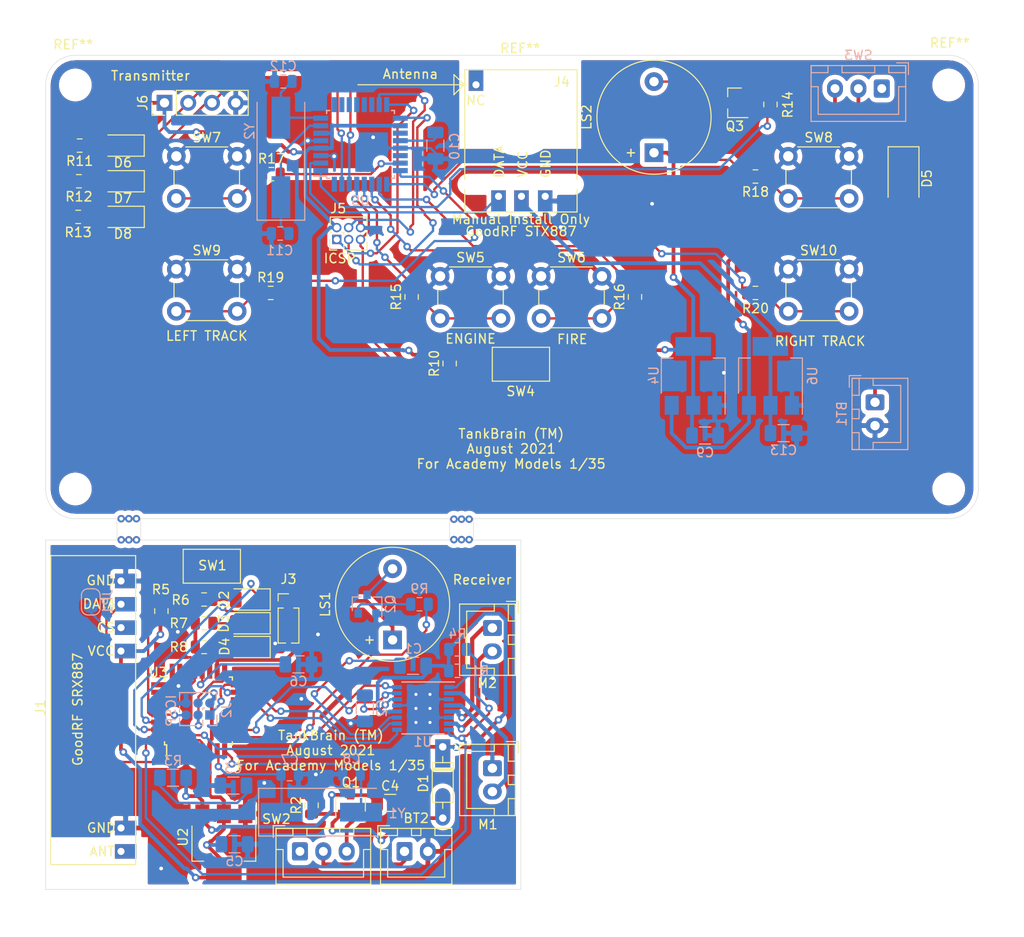
<source format=kicad_pcb>
(kicad_pcb (version 20171130) (host pcbnew "(5.1.5)-3")
  (title_block (title "Reinhardt PCB") (date 2021-08-27) (rev 1) (company "Ironclad Industries AB"))
  (layers (0 F.Cu signal) (31 B.Cu signal) (34 B.Paste user) (35 F.Paste user) (36 B.SilkS user) (37 F.SilkS user) (38 B.Mask user) (39 F.Mask user) (44 Edge.Cuts user))
  (net 0 "")
  (net 1 "Net-(AE1-Pad1)")
  (net 2 "Net-(AE2-Pad1)")
  (net 3 GND)
  (net 4 "Net-(BT1-Pad1)")
  (net 5 "Net-(C1-Pad2)")
  (net 6 VD)
  (net 7 "Net-(C2-Pad2)")
  (net 8 "Net-(C3-Pad1)")
  (net 9 VCC)
  (net 10 "Net-(C6-Pad1)")
  (net 11 "Net-(C7-Pad1)")
  (net 12 "Net-(C8-Pad1)")
  (net 13 VCCQ)
  (net 14 "Net-(C10-Pad1)")
  (net 15 "Net-(C11-Pad1)")
  (net 16 "Net-(C12-Pad1)")
  (net 17 "Net-(C13-Pad1)")
  (net 18 "Net-(D1-Pad2)")
  (net 19 "Net-(D2-Pad2)")
  (net 20 RX)
  (net 21 "Net-(D3-Pad2)")
  (net 22 TX)
  (net 23 "Net-(D4-Pad2)")
  (net 24 "Net-(D5-Pad1)")
  (net 25 "Net-(D6-Pad2)")
  (net 26 RXQ)
  (net 27 "Net-(D7-Pad2)")
  (net 28 TXQ)
  (net 29 "Net-(D8-Pad2)")
  (net 30 RF)
  (net 31 "Net-(J1-Pad4)")
  (net 32 RESET)
  (net 33 MOSI)
  (net 34 SCK)
  (net 35 MISO)
  (net 36 TXD)
  (net 37 RST)
  (net 38 MO)
  (net 39 CK)
  (net 40 MI)
  (net 41 "Net-(LS1-Pad2)")
  (net 42 "Net-(LS2-Pad2)")
  (net 43 LO1)
  (net 44 LO2)
  (net 45 RO1)
  (net 46 RO2)
  (net 47 "Net-(Q1-Pad2)")
  (net 48 "Net-(Q2-Pad2)")
  (net 49 "Net-(Q3-Pad2)")
  (net 50 "Net-(R1-Pad1)")
  (net 51 FAULT)
  (net 52 BUZZER)
  (net 53 BZR)
  (net 54 ENGINE)
  (net 55 "Net-(R15-Pad1)")
  (net 56 FIRE)
  (net 57 "Net-(R16-Pad1)")
  (net 58 LSWU)
  (net 59 "Net-(R17-Pad1)")
  (net 60 RSWU)
  (net 61 "Net-(R18-Pad1)")
  (net 62 LSWD)
  (net 63 "Net-(R19-Pad1)")
  (net 64 RSWD)
  (net 65 "Net-(R20-Pad1)")
  (net 66 VDD)
  (net 67 "Net-(SW2-Pad1)")
  (net 68 "Net-(SW3-Pad3)")
  (net 69 "Net-(SW3-Pad1)")
  (net 70 A1)
  (net 71 A2)
  (net 72 B2)
  (net 73 B1)
  (net 74 "Net-(U3-Pad28)")
  (net 75 "Net-(U3-Pad27)")
  (net 76 "Net-(U3-Pad26)")
  (net 77 "Net-(U3-Pad25)")
  (net 78 "Net-(U3-Pad24)")
  (net 79 "Net-(U3-Pad23)")
  (net 80 "Net-(U3-Pad22)")
  (net 81 "Net-(U3-Pad19)")
  (net 82 "Net-(U3-Pad12)")
  (net 83 "Net-(U3-Pad11)")
  (net 84 "Net-(U5-Pad32)")
  (net 85 "Net-(U5-Pad22)")
  (net 86 "Net-(U5-Pad19)")
  (net 87 "Net-(U5-Pad14)")
  (net 88 "Net-(U5-Pad13)")
  (net 89 "Net-(U5-Pad12)")
  (net 90 "Net-(U5-Pad11)")
  (net 91 "Net-(U5-Pad10)")
  (net 92 "Net-(U5-Pad9)")
  (module Fiducial:Fiducial_1mm_Mask2mm (layer F.Cu) (at 226.6696 117.2464)
    (fp_text reference REF**)
    (fp_text value Fiducial_1mm_Mask2mm)
    (pad "" smd circle (at 0 0) (size 1 1) (layers F.Cu F.Mask) (clearance 0.5))
  )
  (module Fiducial:Fiducial_1mm_Mask2mm (layer F.Cu) (at 184.8866 109.474)
    (fp_text reference REF**)
    (fp_text value Fiducial_1mm_Mask2mm)
    (pad "" smd circle (at 0 0) (size 1 1) (layers F.Cu F.Mask) (clearance 0.5))
  )
  (module MountingHole:MountingHole_6mm (layer F.Cu) (at 228.5238 69.7484)
    (fp_text reference REF** (at 0 -7) (layer F.SilkS))
    (fp_text value MountingHole_6mm)
    (pad "" np_thru_hole circle (at 0 0) (size 8 8) (drill 8) (layers *.Cu *.Mask))
  )
  (module Connector_PinHeader_1.27mm:PinHeader_2x03_P1.27mm_Vertical (layer F.Cu) (at 208.915 83.185 90)
    (fp_text reference J5 (at 3.302 0.1524 180) (layer F.SilkS))
    (fp_text value ISP)
    (pad 6 thru_hole oval (at 1.27 2.54 90) (size 1 1) (drill 0.65) (layers *.Cu *.Mask) (net 3 GND))
    (pad 5 thru_hole oval (at 0 2.54 90) (size 1 1) (drill 0.65) (layers *.Cu *.Mask) (net 37 RST))
    (pad 4 thru_hole oval (at 1.27 1.27 90) (size 1 1) (drill 0.65) (layers *.Cu *.Mask) (net 38 MO))
    (pad 3 thru_hole oval (at 0 1.27 90) (size 1 1) (drill 0.65) (layers *.Cu *.Mask) (net 39 CK))
    (pad 2 thru_hole oval (at 1.27 0 90) (size 1 1) (drill 0.65) (layers *.Cu *.Mask) (net 13 VCCQ))
    (pad 1 thru_hole rect (at 0 0 90) (size 1 1) (drill 0.65) (layers *.Cu *.Mask) (net 40 MI))
  )
  (module Connector_PinHeader_1.27mm:PinHeader_1x04_P1.27mm_Vertical (layer F.Cu) (at 203.7588 121.8184)
    (fp_text reference J3 (at 0 -2.33) (layer F.SilkS))
    (fp_text value UART)
    (pad 4 smd oval (at 0 3.81) (size 1 1) (layers F.Cu F.Paste F.Mask) (net 3 GND))
    (pad 3 smd oval (at 0 2.54) (size 1 1) (layers F.Cu F.Paste F.Mask) (net 22 TX))
    (pad 2 smd oval (at 0 1.27) (size 1 1) (layers F.Cu F.Paste F.Mask) (net 20 RX))
    (pad 1 smd rect (at 0 0) (size 1 1) (layers F.Cu F.Paste F.Mask) (net 9 VCC))
  )
  (module Connector_PinHeader_1.27mm:PinHeader_2x03_P1.27mm_Vertical (layer B.Cu) (at 195.3514 134.0104 90)
    (fp_text reference J2 (at 0.508 1.778 90) (layer B.SilkS) (effects (justify mirror)))
    (fp_text value ISP)
    (pad 6 smd oval (at 1.27 -2.54 90) (size 1 1) (layers B.Cu B.Paste B.Mask) (net 3 GND))
    (pad 5 smd oval (at 0 -2.54 90) (size 1 1) (layers B.Cu B.Paste B.Mask) (net 32 RESET))
    (pad 4 smd oval (at 1.27 -1.27 90) (size 1 1) (layers B.Cu B.Paste B.Mask) (net 33 MOSI))
    (pad 3 smd oval (at 0 -1.27 90) (size 1 1) (layers B.Cu B.Paste B.Mask) (net 34 SCK))
    (pad 2 smd oval (at 1.27 0 90) (size 1 1) (layers B.Cu B.Paste B.Mask) (net 9 VCC))
    (pad 1 smd rect (at 0 0 90) (size 1 1) (layers B.Cu B.Paste B.Mask) (net 35 MISO))
  )
  (module Connector_JST:JST_XH_B2B-XH-A_1x02_P2.50mm_Vertical (layer F.Cu) (at 216.154 148.59)
    (fp_text reference BT2 (at 1.25 -3.55) (layer F.SilkS))
    (fp_text value 4.3V)
    (pad 2 thru_hole oval (at 2.5 0) (size 1.7 2) (drill 1) (layers *.Cu *.Mask) (net 3 GND))
    (pad 1 thru_hole roundrect (at 0 0) (size 1.7 2) (drill 1) (layers *.Cu *.Mask) (roundrect_rratio 0.147059) (net 66 VDD))
  )
  (module Diode_SMD:D_SMA (layer F.Cu) (at 269.494 76.676001 270)
    (fp_text reference D5 (at 0 -2.5 90) (layer F.SilkS))
    (fp_text value 1N4001)
    (pad 2 smd rect (at 2 0 270) (size 2.5 1.8) (layers F.Cu F.Paste F.Mask) (net 4 "Net-(BT1-Pad1)"))
    (pad 1 smd rect (at -2 0 270) (size 2.5 1.8) (layers F.Cu F.Paste F.Mask) (net 24 "Net-(D5-Pad1)"))
  )
  (module Diode_THT:D_DO-35_SOD27_P7.62mm_Horizontal (layer F.Cu) (at 220.2434 137.414 270)
    (fp_text reference D1 (at 3.9116 2.0828 90) (layer F.SilkS))
    (fp_text value 6.8V)
    (fp_text user K (at 0 -1.8 90) (layer F.SilkS))
    (pad 2 thru_hole oval (at 7.62 0 270) (size 4 1.6) (drill 0.8 (offset -1.2 0)) (layers *.Cu *.Mask) (net 18 "Net-(D1-Pad2)"))
    (pad 1 thru_hole rect (at 0 0 270) (size 3 1.6) (drill 0.8 (offset 0.7 0)) (layers *.Cu *.Mask) (net 6 VD))
  )
  (module Resistor_SMD:R_0805_2012Metric (layer F.Cu) (at 253.667501 88.9 180)
    (fp_text reference R20 (at 0 -1.65) (layer F.SilkS))
    (fp_text value 1K)
    (pad 2 smd roundrect (at 0.9375 0 180) (size 0.975 1.4) (layers F.Cu F.Paste F.Mask) (net 64 RSWD))
    (pad 1 smd roundrect (at -0.9375 0 180) (size 0.975 1.4) (layers F.Cu F.Paste F.Mask) (net 65 "Net-(R20-Pad1)"))
  )
  (module Resistor_SMD:R_0805_2012Metric (layer F.Cu) (at 201.851501 88.9)
    (fp_text reference R19 (at 0 -1.65) (layer F.SilkS))
    (fp_text value 1K)
    (pad 2 smd roundrect (at 0.9375 0) (size 0.975 1.4) (layers F.Cu F.Paste F.Mask) (net 62 LSWD))
    (pad 1 smd roundrect (at -0.9375 0) (size 0.975 1.4) (layers F.Cu F.Paste F.Mask) (net 63 "Net-(R19-Pad1)"))
  )
  (module Resistor_SMD:R_0805_2012Metric (layer F.Cu) (at 253.667501 76.454 180)
    (fp_text reference R18 (at 0 -1.65) (layer F.SilkS))
    (fp_text value 1K)
    (pad 2 smd roundrect (at 0.9375 0 180) (size 0.975 1.4) (layers F.Cu F.Paste F.Mask) (net 60 RSWU))
    (pad 1 smd roundrect (at -0.9375 0 180) (size 0.975 1.4) (layers F.Cu F.Paste F.Mask) (net 61 "Net-(R18-Pad1)"))
  )
  (module Resistor_SMD:R_0805_2012Metric (layer F.Cu) (at 201.93 76.2)
    (fp_text reference R17 (at 0 -1.65) (layer F.SilkS))
    (fp_text value 1K)
    (pad 2 smd roundrect (at 0.9375 0) (size 0.975 1.4) (layers F.Cu F.Paste F.Mask) (net 58 LSWU))
    (pad 1 smd roundrect (at -0.9375 0) (size 0.975 1.4) (layers F.Cu F.Paste F.Mask) (net 59 "Net-(R17-Pad1)"))
  )
  (module Resistor_SMD:R_0805_2012Metric (layer F.Cu) (at 240.792 89.329501 90)
    (fp_text reference R16 (at 0 -1.65 90) (layer F.SilkS))
    (fp_text value 1K)
    (pad 2 smd roundrect (at 0.9375 0 90) (size 0.975 1.4) (layers F.Cu F.Paste F.Mask) (net 56 FIRE))
    (pad 1 smd roundrect (at -0.9375 0 90) (size 0.975 1.4) (layers F.Cu F.Paste F.Mask) (net 57 "Net-(R16-Pad1)"))
  )
  (module Resistor_SMD:R_0805_2012Metric (layer F.Cu) (at 216.916 89.329501 90)
    (fp_text reference R15 (at 0 -1.65 90) (layer F.SilkS))
    (fp_text value 1K)
    (pad 2 smd roundrect (at 0.9375 0 90) (size 0.975 1.4) (layers F.Cu F.Paste F.Mask) (net 54 ENGINE))
    (pad 1 smd roundrect (at -0.9375 0 90) (size 0.975 1.4) (layers F.Cu F.Paste F.Mask) (net 55 "Net-(R15-Pad1)"))
  )
  (module Resistor_SMD:R_0805_2012Metric (layer F.Cu) (at 255.27 68.755501 90)
    (fp_text reference R14 (at -0.027699 1.8542 90) (layer F.SilkS))
    (fp_text value 1K)
    (pad 2 smd roundrect (at 0.9375 0 90) (size 0.975 1.4) (layers F.Cu F.Paste F.Mask) (net 49 "Net-(Q3-Pad2)"))
    (pad 1 smd roundrect (at -0.9375 0 90) (size 0.975 1.4) (layers F.Cu F.Paste F.Mask) (net 53 BZR))
  )
  (module Resistor_SMD:R_0805_2012Metric (layer F.Cu) (at 181.277501 80.772 180)
    (fp_text reference R13 (at 0 -1.65) (layer F.SilkS))
    (fp_text value 1K)
    (pad 2 smd roundrect (at 0.9375 0 180) (size 0.975 1.4) (layers F.Cu F.Paste F.Mask) (net 13 VCCQ))
    (pad 1 smd roundrect (at -0.9375 0 180) (size 0.975 1.4) (layers F.Cu F.Paste F.Mask) (net 29 "Net-(D8-Pad2)"))
  )
  (module Resistor_SMD:R_0805_2012Metric (layer F.Cu) (at 181.356 76.962 180)
    (fp_text reference R12 (at 0 -1.65) (layer F.SilkS))
    (fp_text value 1K)
    (pad 2 smd roundrect (at 0.9375 0 180) (size 0.975 1.4) (layers F.Cu F.Paste F.Mask) (net 13 VCCQ))
    (pad 1 smd roundrect (at -0.9375 0 180) (size 0.975 1.4) (layers F.Cu F.Paste F.Mask) (net 27 "Net-(D7-Pad2)"))
  )
  (module Resistor_SMD:R_0805_2012Metric (layer F.Cu) (at 181.4345 73.152 180)
    (fp_text reference R11 (at 0 -1.65) (layer F.SilkS))
    (fp_text value 1K)
    (pad 2 smd roundrect (at 0.9375 0 180) (size 0.975 1.4) (layers F.Cu F.Paste F.Mask) (net 13 VCCQ))
    (pad 1 smd roundrect (at -0.9375 0 180) (size 0.975 1.4) (layers F.Cu F.Paste F.Mask) (net 25 "Net-(D6-Pad2)"))
  )
  (module Resistor_SMD:R_0805_2012Metric (layer F.Cu) (at 220.98 96.441501 90)
    (fp_text reference R10 (at 0 -1.65 270) (layer F.SilkS))
    (fp_text value 10K)
    (pad 2 smd roundrect (at 0.9375 0 90) (size 0.975 1.4) (layers F.Cu F.Paste F.Mask) (net 13 VCCQ))
    (pad 1 smd roundrect (at -0.9375 0 90) (size 0.975 1.4) (layers F.Cu F.Paste F.Mask) (net 37 RST))
  )
  (module Resistor_SMD:R_0805_2012Metric (layer B.Cu) (at 217.7565 122.174 180)
    (fp_text reference R9 (at 0 1.65) (layer B.SilkS) (effects (justify mirror)))
    (fp_text value 1K)
    (pad 2 smd roundrect (at 0.9375 0 180) (size 0.975 1.4) (layers B.Cu B.Paste B.Mask) (net 48 "Net-(Q2-Pad2)"))
    (pad 1 smd roundrect (at -0.9375 0 180) (size 0.975 1.4) (layers B.Cu B.Paste B.Mask) (net 52 BUZZER))
  )
  (module Resistor_SMD:R_0805_2012Metric (layer F.Cu) (at 194.7395 126.746 180)
    (fp_text reference R8 (at 2.715501 0) (layer F.SilkS))
    (fp_text value 1K)
    (pad 2 smd roundrect (at 0.9375 0 180) (size 0.975 1.4) (layers F.Cu F.Paste F.Mask) (net 9 VCC))
    (pad 1 smd roundrect (at -0.9375 0 180) (size 0.975 1.4) (layers F.Cu F.Paste F.Mask) (net 23 "Net-(D4-Pad2)"))
  )
  (module Resistor_SMD:R_0805_2012Metric (layer F.Cu) (at 194.7395 124.206 180)
    (fp_text reference R7 (at 2.7155 0) (layer F.SilkS))
    (fp_text value 1K)
    (pad 2 smd roundrect (at 0.9375 0 180) (size 0.975 1.4) (layers F.Cu F.Paste F.Mask) (net 9 VCC))
    (pad 1 smd roundrect (at -0.9375 0 180) (size 0.975 1.4) (layers F.Cu F.Paste F.Mask) (net 21 "Net-(D3-Pad2)"))
  )
  (module Resistor_SMD:R_0805_2012Metric (layer F.Cu) (at 194.7395 121.666 180)
    (fp_text reference R6 (at 2.5123 -0.0508) (layer F.SilkS))
    (fp_text value 1K)
    (pad 2 smd roundrect (at 0.9375 0 180) (size 0.975 1.4) (layers F.Cu F.Paste F.Mask) (net 9 VCC))
    (pad 1 smd roundrect (at -0.9375 0 180) (size 0.975 1.4) (layers F.Cu F.Paste F.Mask) (net 19 "Net-(D2-Pad2)"))
  )
  (module Resistor_SMD:R_0805_2012Metric (layer F.Cu) (at 190.1698 122.908301 270)
    (fp_text reference R5 (at -2.309101 0.0508 180) (layer F.SilkS))
    (fp_text value 10K)
    (pad 2 smd roundrect (at 0.9375 0 270) (size 0.975 1.4) (layers F.Cu F.Paste F.Mask) (net 9 VCC))
    (pad 1 smd roundrect (at -0.9375 0 270) (size 0.975 1.4) (layers F.Cu F.Paste F.Mask) (net 32 RESET))
  )
  (module Resistor_SMD:R_0805_2012Metric (layer B.Cu) (at 221.8205 127 180)
    (fp_text reference R4 (at 0 1.65) (layer B.SilkS) (effects (justify mirror)))
    (fp_text value 47K)
    (pad 2 smd roundrect (at 0.9375 0 180) (size 0.975 1.4) (layers B.Cu B.Paste B.Mask) (net 6 VD))
    (pad 1 smd roundrect (at -0.9375 0 180) (size 0.975 1.4) (layers B.Cu B.Paste B.Mask) (net 51 FAULT))
  )
  (module Resistor_SMD:R_0805_2012Metric (layer F.Cu) (at 206.2226 143.6624 90)
    (fp_text reference R2 (at 0 -1.65 90) (layer F.SilkS))
    (fp_text value 100K)
    (pad 2 smd roundrect (at 0.9375 0 90) (size 0.975 1.4) (layers F.Cu F.Paste F.Mask) (net 3 GND))
    (pad 1 smd roundrect (at -0.9375 0 90) (size 0.975 1.4) (layers F.Cu F.Paste F.Mask) (net 18 "Net-(D1-Pad2)"))
  )
  (module Resistor_SMD:R_0805_2012Metric (layer B.Cu) (at 221.8205 129.286 180)
    (fp_text reference R1 (at -2.4107 -0.0254 180) (layer B.SilkS) (effects (justify mirror)))
    (fp_text value 47K)
    (pad 2 smd roundrect (at 0.9375 0 180) (size 0.975 1.4) (layers B.Cu B.Paste B.Mask) (net 6 VD))
    (pad 1 smd roundrect (at -0.9375 0 180) (size 0.975 1.4) (layers B.Cu B.Paste B.Mask) (net 50 "Net-(R1-Pad1)"))
  )
  (module Capacitor_SMD:C_0805_2012Metric (layer B.Cu) (at 203.2 66.294 180)
    (fp_text reference C12 (at 0 1.65) (layer B.SilkS) (effects (justify mirror)))
    (fp_text value 22nF)
    (pad 2 smd roundrect (at 0.9375 0 180) (size 0.975 1.4) (layers B.Cu B.Paste B.Mask) (net 3 GND))
    (pad 1 smd roundrect (at -0.9375 0 180) (size 0.975 1.4) (layers B.Cu B.Paste B.Mask) (net 16 "Net-(C12-Pad1)"))
  )
  (module Capacitor_SMD:C_0805_2012Metric (layer B.Cu) (at 202.867501 82.55 180)
    (fp_text reference C11 (at 0.048501 -1.8034) (layer B.SilkS) (effects (justify mirror)))
    (fp_text value 22nF)
    (pad 2 smd roundrect (at 0.9375 0 180) (size 0.975 1.4) (layers B.Cu B.Paste B.Mask) (net 3 GND))
    (pad 1 smd roundrect (at -0.9375 0 180) (size 0.975 1.4) (layers B.Cu B.Paste B.Mask) (net 15 "Net-(C11-Pad1)"))
  )
  (module Capacitor_SMD:C_0805_2012Metric (layer B.Cu) (at 210.487501 140.335 180)
    (fp_text reference C8 (at 0 1.65) (layer B.SilkS) (effects (justify mirror)))
    (fp_text value 22nF)
    (pad 2 smd roundrect (at 0.9375 0 180) (size 0.975 1.4) (layers B.Cu B.Paste B.Mask) (net 3 GND))
    (pad 1 smd roundrect (at -0.9375 0 180) (size 0.975 1.4) (layers B.Cu B.Paste B.Mask) (net 12 "Net-(C8-Pad1)"))
  )
  (module Capacitor_SMD:C_0805_2012Metric (layer B.Cu) (at 203.883501 140.335)
    (fp_text reference C7 (at 0.002299 -1.524 180) (layer B.SilkS) (effects (justify mirror)))
    (fp_text value 22nF)
    (pad 2 smd roundrect (at 0.9375 0) (size 0.975 1.4) (layers B.Cu B.Paste B.Mask) (net 3 GND))
    (pad 1 smd roundrect (at -0.9375 0) (size 0.975 1.4) (layers B.Cu B.Paste B.Mask) (net 11 "Net-(C7-Pad1)"))
  )
  (module MountingHole:MountingHole_2.5mm (layer F.Cu) (at 180.975 66.675)
    (fp_text reference REF** (at -0.2286 -4.318) (layer F.SilkS))
    (fp_text value MountingHole_2.5mm)
    (pad 1 np_thru_hole circle (at 0 0) (size 2.5 2.5) (drill 2.5) (layers *.Cu *.Mask))
  )
  (module MountingHole:MountingHole_2.5mm (layer F.Cu) (at 180.975 109.855)
    (fp_text reference REF**)
    (fp_text value MountingHole_2.5mm)
    (pad 1 np_thru_hole circle (at 0 0) (size 2.5 2.5) (drill 2.5) (layers *.Cu *.Mask))
  )
  (module MountingHole:MountingHole_2.5mm (layer F.Cu) (at 274.32 109.855)
    (fp_text reference REF**)
    (fp_text value MountingHole_2.5mm)
    (pad 1 np_thru_hole circle (at 0 0) (size 2.5 2.5) (drill 2.5) (layers *.Cu *.Mask))
  )
  (module MountingHole:MountingHole_2.5mm (layer F.Cu) (at 274.32 66.675)
    (fp_text reference REF** (at 0.127 -4.4958) (layer F.SilkS))
    (fp_text value MountingHole_2.5mm)
    (pad 1 np_thru_hole circle (at 0 0) (size 2.5 2.5) (drill 2.5) (layers *.Cu *.Mask))
  )
  (module Package_TO_SOT_SMD:SOT-23 (layer F.Cu) (at 251.46 68.58 180)
    (fp_text reference Q3 (at 0 -2.5) (layer F.SilkS))
    (fp_text value 2N3904)
    (pad 3 smd rect (at 1 0 180) (size 0.9 0.8) (layers F.Cu F.Paste F.Mask) (net 42 "Net-(LS2-Pad2)"))
    (pad 2 smd rect (at -1 0.95 180) (size 0.9 0.8) (layers F.Cu F.Paste F.Mask) (net 49 "Net-(Q3-Pad2)"))
    (pad 1 smd rect (at -1 -0.95 180) (size 0.9 0.8) (layers F.Cu F.Paste F.Mask) (net 3 GND))
  )
  (module Package_TO_SOT_SMD:SOT-23 (layer B.Cu) (at 212.156 122.158 90)
    (fp_text reference Q2 (at 0 2.5 90) (layer B.SilkS) (effects (justify mirror)))
    (fp_text value 2N3904)
    (pad 3 smd rect (at 1 0 90) (size 0.9 0.8) (layers B.Cu B.Paste B.Mask) (net 41 "Net-(LS1-Pad2)"))
    (pad 2 smd rect (at -1 -0.95 90) (size 0.9 0.8) (layers B.Cu B.Paste B.Mask) (net 48 "Net-(Q2-Pad2)"))
    (pad 1 smd rect (at -1 0.95 90) (size 0.9 0.8) (layers B.Cu B.Paste B.Mask) (net 3 GND))
  )
  (module Button_Switch_THT:SW_PUSH_6mm (layer F.Cu) (at 257.175 86.36)
    (fp_text reference SW10 (at 3.25 -2) (layer F.SilkS))
    (fp_text value DOWN_RIGHT)
    (pad 1 thru_hole circle (at 6.5 0 90) (size 2 2) (drill 1.1) (layers *.Cu *.Mask) (net 3 GND))
    (pad 2 thru_hole circle (at 6.5 4.5 90) (size 2 2) (drill 1.1) (layers *.Cu *.Mask) (net 65 "Net-(R20-Pad1)"))
    (pad 1 thru_hole circle (at 0 0 90) (size 2 2) (drill 1.1) (layers *.Cu *.Mask) (net 3 GND))
    (pad 2 thru_hole circle (at 0 4.5 90) (size 2 2) (drill 1.1) (layers *.Cu *.Mask) (net 65 "Net-(R20-Pad1)"))
  )
  (module Button_Switch_THT:SW_PUSH_6mm (layer F.Cu) (at 191.77 86.36)
    (fp_text reference SW9 (at 3.25 -2) (layer F.SilkS))
    (fp_text value DOWN_LEFT)
    (pad 1 thru_hole circle (at 6.5 0 90) (size 2 2) (drill 1.1) (layers *.Cu *.Mask) (net 3 GND))
    (pad 2 thru_hole circle (at 6.5 4.5 90) (size 2 2) (drill 1.1) (layers *.Cu *.Mask) (net 63 "Net-(R19-Pad1)"))
    (pad 1 thru_hole circle (at 0 0 90) (size 2 2) (drill 1.1) (layers *.Cu *.Mask) (net 3 GND))
    (pad 2 thru_hole circle (at 0 4.5 90) (size 2 2) (drill 1.1) (layers *.Cu *.Mask) (net 63 "Net-(R19-Pad1)"))
  )
  (module Button_Switch_THT:SW_PUSH_6mm (layer F.Cu) (at 257.175 74.295)
    (fp_text reference SW8 (at 3.25 -2) (layer F.SilkS))
    (fp_text value UP_RIGHT)
    (pad 1 thru_hole circle (at 6.5 0 90) (size 2 2) (drill 1.1) (layers *.Cu *.Mask) (net 3 GND))
    (pad 2 thru_hole circle (at 6.5 4.5 90) (size 2 2) (drill 1.1) (layers *.Cu *.Mask) (net 61 "Net-(R18-Pad1)"))
    (pad 1 thru_hole circle (at 0 0 90) (size 2 2) (drill 1.1) (layers *.Cu *.Mask) (net 3 GND))
    (pad 2 thru_hole circle (at 0 4.5 90) (size 2 2) (drill 1.1) (layers *.Cu *.Mask) (net 61 "Net-(R18-Pad1)"))
  )
  (module Button_Switch_THT:SW_PUSH_6mm (layer F.Cu) (at 191.77 74.295)
    (fp_text reference SW7 (at 3.25 -2) (layer F.SilkS))
    (fp_text value UP_LEFT)
    (pad 1 thru_hole circle (at 6.5 0 90) (size 2 2) (drill 1.1) (layers *.Cu *.Mask) (net 3 GND))
    (pad 2 thru_hole circle (at 6.5 4.5 90) (size 2 2) (drill 1.1) (layers *.Cu *.Mask) (net 59 "Net-(R17-Pad1)"))
    (pad 1 thru_hole circle (at 0 0 90) (size 2 2) (drill 1.1) (layers *.Cu *.Mask) (net 3 GND))
    (pad 2 thru_hole circle (at 0 4.5 90) (size 2 2) (drill 1.1) (layers *.Cu *.Mask) (net 59 "Net-(R17-Pad1)"))
  )
  (module Button_Switch_THT:SW_PUSH_6mm (layer F.Cu) (at 230.759 87.122)
    (fp_text reference SW6 (at 3.25 -2) (layer F.SilkS))
    (fp_text value FIRE)
    (pad 1 thru_hole circle (at 6.5 0 90) (size 2 2) (drill 1.1) (layers *.Cu *.Mask) (net 3 GND))
    (pad 2 thru_hole circle (at 6.5 4.5 90) (size 2 2) (drill 1.1) (layers *.Cu *.Mask) (net 57 "Net-(R16-Pad1)"))
    (pad 1 thru_hole circle (at 0 0 90) (size 2 2) (drill 1.1) (layers *.Cu *.Mask) (net 3 GND))
    (pad 2 thru_hole circle (at 0 4.5 90) (size 2 2) (drill 1.1) (layers *.Cu *.Mask) (net 57 "Net-(R16-Pad1)"))
  )
  (module Button_Switch_THT:SW_PUSH_6mm (layer F.Cu) (at 219.964 87.122)
    (fp_text reference SW5 (at 3.25 -2) (layer F.SilkS))
    (fp_text value ENGINE)
    (pad 1 thru_hole circle (at 6.5 0 90) (size 2 2) (drill 1.1) (layers *.Cu *.Mask) (net 3 GND))
    (pad 2 thru_hole circle (at 6.5 4.5 90) (size 2 2) (drill 1.1) (layers *.Cu *.Mask) (net 55 "Net-(R15-Pad1)"))
    (pad 1 thru_hole circle (at 0 0 90) (size 2 2) (drill 1.1) (layers *.Cu *.Mask) (net 3 GND))
    (pad 2 thru_hole circle (at 0 4.5 90) (size 2 2) (drill 1.1) (layers *.Cu *.Mask) (net 55 "Net-(R15-Pad1)"))
  )
  (module GoodRF:STX887 (layer F.Cu) (at 228.6 72.644)
    (fp_text reference J4 (at 4.3688 -6.2992) (layer F.SilkS))
    (fp_text value 433TX)
    (fp_text user GND (at 2.64922 2.45364 90) (layer F.SilkS))
    (fp_text user VCC (at 0.19812 2.47904 90) (layer F.SilkS))
    (fp_text user DATA (at -2.32664 2.23266 90) (layer F.SilkS))
    (fp_text user "Manual Install Only" (at 0 8.382 180) (layer F.SilkS))
    (fp_text user "GoodRF STX887" (at 0 9.6774) (layer F.SilkS))
    (pad 1 thru_hole rect (at -4.80314 -5.9944 180) (size 1.55 2.3) (drill 0.762 (offset 0 0.5)) (layers *.Cu *.Mask) (net 1 "Net-(AE1-Pad1)"))
    (pad "" np_thru_hole oval (at -0.01778 4.64566) (size 12.5 1.25) (drill oval 12.5 1.25) (layers *.Cu *.Mask))
    (pad 4 thru_hole rect (at 2.59588 5.9309) (size 1.55 2.3) (drill 0.762 (offset 0 0.5)) (layers *.Cu *.Mask) (net 3 GND))
    (pad 3 thru_hole rect (at 0.05588 5.9309) (size 1.55 2.3) (drill 0.762 (offset 0 0.5)) (layers *.Cu *.Mask) (net 17 "Net-(C13-Pad1)"))
    (pad 2 thru_hole rect (at -2.39522 5.9309) (size 1.55 2.3) (drill 0.762 (offset 0 0.5)) (layers *.Cu *.Mask) (net 36 TXD))
  )
  (module GoodRF:SRX887 (layer F.Cu) (at 182.88 133.48716 90)
    (fp_text reference J1 (at 0.27686 -5.62102 90) (layer F.SilkS))
    (fp_text value 433RX)
    (fp_text user "GoodRF SRX887" (at 0.08636 -1.651 90) (layer F.SilkS))
    (fp_text user GND (at 13.8557 0.8128) (layer F.SilkS))
    (fp_text user DATA (at 11.3411 2.47142) (layer F.SilkS) (effects (justify right)))
    (fp_text user CS (at 8.81126 1.3589) (layer F.SilkS))
    (fp_text user VCC (at 6.30936 0.84836) (layer F.SilkS))
    (fp_text user GND (at -12.59078 0.8636 180) (layer F.SilkS))
    (fp_text user ANT (at -15.10792 0.94742) (layer F.SilkS))
    (pad 6 thru_hole rect (at 13.80236 2.97688 90) (size 1.55 2.3) (drill 0.762 (offset 0 0.5)) (layers *.Cu *.Mask) (net 3 GND))
    (pad 5 thru_hole rect (at 11.31316 2.97688 90) (size 1.55 2.3) (drill 0.762 (offset 0 0.5)) (layers *.Cu *.Mask) (net 30 RF))
    (pad 4 thru_hole rect (at 8.81126 2.97688 90) (size 1.55 2.3) (drill 0.762 (offset 0 0.5)) (layers *.Cu *.Mask) (net 31 "Net-(J1-Pad4)"))
    (pad 3 thru_hole rect (at 6.30936 2.96926 90) (size 1.55 2.3) (drill 0.762 (offset 0 0.5)) (layers *.Cu *.Mask) (net 9 VCC))
    (pad 2 thru_hole rect (at -12.60094 2.97434 90) (size 1.55 2.3) (drill 0.762 (offset 0 0.5)) (layers *.Cu *.Mask) (net 3 GND))
    (pad 1 thru_hole rect (at -15.10538 2.97434 90) (size 1.55 2.3) (drill 0.762 (offset 0 0.5)) (layers *.Cu *.Mask) (net 2 "Net-(AE2-Pad1)"))
  )
  (module Crystal:Crystal_SMD_HC49-SD (layer B.Cu) (at 202.946 74.422 90)
    (fp_text reference Y2 (at 2.794 -3.3528 90) (layer B.SilkS) (effects (justify mirror)))
    (fp_text value 16MHz)
    (pad 2 smd rect (at 4.25 0 90) (size 4.5 2) (layers B.Cu B.Paste B.Mask) (net 16 "Net-(C12-Pad1)"))
    (pad 1 smd rect (at -4.25 0 90) (size 4.5 2) (layers B.Cu B.Paste B.Mask) (net 15 "Net-(C11-Pad1)"))
  )
  (module Crystal:Crystal_SMD_HC49-SD (layer B.Cu) (at 207.264 144.399)
    (fp_text reference Y1 (at 8.1026 0.127 180) (layer B.SilkS) (effects (justify mirror)))
    (fp_text value 8MHz)
    (pad 2 smd rect (at 4.25 0) (size 4.5 2) (layers B.Cu B.Paste B.Mask) (net 12 "Net-(C8-Pad1)"))
    (pad 1 smd rect (at -4.25 0) (size 4.5 2) (layers B.Cu B.Paste B.Mask) (net 11 "Net-(C7-Pad1)"))
  )
  (module Package_TO_SOT_SMD:SOT-223-3_TabPin2 (layer B.Cu) (at 255.27 97.764999 90)
    (fp_text reference U6 (at 0 4.5 270) (layer B.SilkS) (effects (justify mirror)))
    (fp_text value AMS1117-3.3)
    (pad 1 smd rect (at -3.15 2.3 90) (size 2 1.5) (layers B.Cu B.Paste B.Mask) (net 3 GND))
    (pad 3 smd rect (at -3.15 -2.3 90) (size 2 1.5) (layers B.Cu B.Paste B.Mask) (net 68 "Net-(SW3-Pad3)"))
    (pad 2 smd rect (at -3.15 0 90) (size 2 1.5) (layers B.Cu B.Paste B.Mask) (net 17 "Net-(C13-Pad1)"))
    (pad 2 smd rect (at 3.15 0 90) (size 2 3.8) (layers B.Cu B.Paste B.Mask) (net 17 "Net-(C13-Pad1)"))
  )
  (module Package_QFP:TQFP-32_7x7mm_P0.8mm (layer B.Cu) (at 211.455 73.025)
    (fp_text reference U5 (at 0 6.05) (layer B.SilkS) (effects (justify mirror)))
    (fp_text value ATmega328P-AU)
    (pad 32 smd rect (at -2.8 4.25 270) (size 1.6 0.55) (layers B.Cu B.Paste B.Mask) (net 84 "Net-(U5-Pad32)"))
    (pad 31 smd rect (at -2 4.25 270) (size 1.6 0.55) (layers B.Cu B.Paste B.Mask) (net 28 TXQ))
    (pad 30 smd rect (at -1.2 4.25 270) (size 1.6 0.55) (layers B.Cu B.Paste B.Mask) (net 26 RXQ))
    (pad 29 smd rect (at -0.4 4.25 270) (size 1.6 0.55) (layers B.Cu B.Paste B.Mask) (net 37 RST))
    (pad 28 smd rect (at 0.4 4.25 270) (size 1.6 0.55) (layers B.Cu B.Paste B.Mask) (net 54 ENGINE))
    (pad 27 smd rect (at 1.2 4.25 270) (size 1.6 0.55) (layers B.Cu B.Paste B.Mask) (net 56 FIRE))
    (pad 26 smd rect (at 2 4.25 270) (size 1.6 0.55) (layers B.Cu B.Paste B.Mask) (net 64 RSWD))
    (pad 25 smd rect (at 2.8 4.25 270) (size 1.6 0.55) (layers B.Cu B.Paste B.Mask) (net 60 RSWU))
    (pad 24 smd rect (at 4.25 2.8) (size 1.6 0.55) (layers B.Cu B.Paste B.Mask) (net 62 LSWD))
    (pad 23 smd rect (at 4.25 2) (size 1.6 0.55) (layers B.Cu B.Paste B.Mask) (net 58 LSWU))
    (pad 22 smd rect (at 4.25 1.2) (size 1.6 0.55) (layers B.Cu B.Paste B.Mask) (net 85 "Net-(U5-Pad22)"))
    (pad 21 smd rect (at 4.25 0.4) (size 1.6 0.55) (layers B.Cu B.Paste B.Mask) (net 3 GND))
    (pad 20 smd rect (at 4.25 -0.4) (size 1.6 0.55) (layers B.Cu B.Paste B.Mask) (net 14 "Net-(C10-Pad1)"))
    (pad 19 smd rect (at 4.25 -1.2) (size 1.6 0.55) (layers B.Cu B.Paste B.Mask) (net 86 "Net-(U5-Pad19)"))
    (pad 18 smd rect (at 4.25 -2) (size 1.6 0.55) (layers B.Cu B.Paste B.Mask) (net 13 VCCQ))
    (pad 17 smd rect (at 4.25 -2.8) (size 1.6 0.55) (layers B.Cu B.Paste B.Mask) (net 39 CK))
    (pad 16 smd rect (at 2.8 -4.25 270) (size 1.6 0.55) (layers B.Cu B.Paste B.Mask) (net 40 MI))
    (pad 15 smd rect (at 2 -4.25 270) (size 1.6 0.55) (layers B.Cu B.Paste B.Mask) (net 38 MO))
    (pad 14 smd rect (at 1.2 -4.25 270) (size 1.6 0.55) (layers B.Cu B.Paste B.Mask) (net 87 "Net-(U5-Pad14)"))
    (pad 13 smd rect (at 0.4 -4.25 270) (size 1.6 0.55) (layers B.Cu B.Paste B.Mask) (net 88 "Net-(U5-Pad13)"))
    (pad 12 smd rect (at -0.4 -4.25 270) (size 1.6 0.55) (layers B.Cu B.Paste B.Mask) (net 89 "Net-(U5-Pad12)"))
    (pad 11 smd rect (at -1.2 -4.25 270) (size 1.6 0.55) (layers B.Cu B.Paste B.Mask) (net 90 "Net-(U5-Pad11)"))
    (pad 10 smd rect (at -2 -4.25 270) (size 1.6 0.55) (layers B.Cu B.Paste B.Mask) (net 91 "Net-(U5-Pad10)"))
    (pad 9 smd rect (at -2.8 -4.25 270) (size 1.6 0.55) (layers B.Cu B.Paste B.Mask) (net 92 "Net-(U5-Pad9)"))
    (pad 8 smd rect (at -4.25 -2.8) (size 1.6 0.55) (layers B.Cu B.Paste B.Mask) (net 16 "Net-(C12-Pad1)"))
    (pad 7 smd rect (at -4.25 -2) (size 1.6 0.55) (layers B.Cu B.Paste B.Mask) (net 15 "Net-(C11-Pad1)"))
    (pad 6 smd rect (at -4.25 -1.2) (size 1.6 0.55) (layers B.Cu B.Paste B.Mask) (net 13 VCCQ))
    (pad 5 smd rect (at -4.25 -0.4) (size 1.6 0.55) (layers B.Cu B.Paste B.Mask) (net 3 GND))
    (pad 4 smd rect (at -4.25 0.4) (size 1.6 0.55) (layers B.Cu B.Paste B.Mask) (net 13 VCCQ))
    (pad 3 smd rect (at -4.25 1.2) (size 1.6 0.55) (layers B.Cu B.Paste B.Mask) (net 3 GND))
    (pad 2 smd rect (at -4.25 2) (size 1.6 0.55) (layers B.Cu B.Paste B.Mask) (net 36 TXD))
    (pad 1 smd rect (at -4.25 2.8) (size 1.6 0.55) (layers B.Cu B.Paste B.Mask) (net 53 BZR))
  )
  (module Package_TO_SOT_SMD:SOT-223-3_TabPin2 (layer B.Cu) (at 247.015 97.764999 90)
    (fp_text reference U4 (at 0.051199 -4.2164 270) (layer B.SilkS) (effects (justify mirror)))
    (fp_text value AMS1117-5.0)
    (pad 1 smd rect (at -3.15 2.3 90) (size 2 1.5) (layers B.Cu B.Paste B.Mask) (net 3 GND))
    (pad 3 smd rect (at -3.15 -2.3 90) (size 2 1.5) (layers B.Cu B.Paste B.Mask) (net 68 "Net-(SW3-Pad3)"))
    (pad 2 smd rect (at -3.15 0 90) (size 2 1.5) (layers B.Cu B.Paste B.Mask) (net 13 VCCQ))
    (pad 2 smd rect (at 3.15 0 90) (size 2 3.8) (layers B.Cu B.Paste B.Mask) (net 13 VCCQ))
  )
  (module Package_QFP:TQFP-32_7x7mm_P0.8mm (layer F.Cu) (at 194.1322 133.5786 90)
    (fp_text reference U3 (at 4.1148 -4.2926 180) (layer F.SilkS))
    (fp_text value ATmega328P-AU)
    (pad 32 smd rect (at -2.8 -4.25 180) (size 1.6 0.55) (layers F.Cu F.Paste F.Mask) (net 51 FAULT))
    (pad 31 smd rect (at -2 -4.25 180) (size 1.6 0.55) (layers F.Cu F.Paste F.Mask) (net 22 TX))
    (pad 30 smd rect (at -1.2 -4.25 180) (size 1.6 0.55) (layers F.Cu F.Paste F.Mask) (net 20 RX))
    (pad 29 smd rect (at -0.4 -4.25 180) (size 1.6 0.55) (layers F.Cu F.Paste F.Mask) (net 32 RESET))
    (pad 28 smd rect (at 0.4 -4.25 180) (size 1.6 0.55) (layers F.Cu F.Paste F.Mask) (net 74 "Net-(U3-Pad28)"))
    (pad 27 smd rect (at 1.2 -4.25 180) (size 1.6 0.55) (layers F.Cu F.Paste F.Mask) (net 75 "Net-(U3-Pad27)"))
    (pad 26 smd rect (at 2 -4.25 180) (size 1.6 0.55) (layers F.Cu F.Paste F.Mask) (net 76 "Net-(U3-Pad26)"))
    (pad 25 smd rect (at 2.8 -4.25 180) (size 1.6 0.55) (layers F.Cu F.Paste F.Mask) (net 77 "Net-(U3-Pad25)"))
    (pad 24 smd rect (at 4.25 -2.8 90) (size 1.6 0.55) (layers F.Cu F.Paste F.Mask) (net 78 "Net-(U3-Pad24)"))
    (pad 23 smd rect (at 4.25 -2 90) (size 1.6 0.55) (layers F.Cu F.Paste F.Mask) (net 79 "Net-(U3-Pad23)"))
    (pad 22 smd rect (at 4.25 -1.2 90) (size 1.6 0.55) (layers F.Cu F.Paste F.Mask) (net 80 "Net-(U3-Pad22)"))
    (pad 21 smd rect (at 4.25 -0.4 90) (size 1.6 0.55) (layers F.Cu F.Paste F.Mask) (net 3 GND))
    (pad 20 smd rect (at 4.25 0.4 90) (size 1.6 0.55) (layers F.Cu F.Paste F.Mask) (net 10 "Net-(C6-Pad1)"))
    (pad 19 smd rect (at 4.25 1.2 90) (size 1.6 0.55) (layers F.Cu F.Paste F.Mask) (net 81 "Net-(U3-Pad19)"))
    (pad 18 smd rect (at 4.25 2 90) (size 1.6 0.55) (layers F.Cu F.Paste F.Mask) (net 9 VCC))
    (pad 17 smd rect (at 4.25 2.8 90) (size 1.6 0.55) (layers F.Cu F.Paste F.Mask) (net 34 SCK))
    (pad 16 smd rect (at 2.8 4.25 180) (size 1.6 0.55) (layers F.Cu F.Paste F.Mask) (net 35 MISO))
    (pad 15 smd rect (at 2 4.25 180) (size 1.6 0.55) (layers F.Cu F.Paste F.Mask) (net 33 MOSI))
    (pad 14 smd rect (at 1.2 4.25 180) (size 1.6 0.55) (layers F.Cu F.Paste F.Mask) (net 72 B2))
    (pad 13 smd rect (at 0.4 4.25 180) (size 1.6 0.55) (layers F.Cu F.Paste F.Mask) (net 73 B1))
    (pad 12 smd rect (at -0.4 4.25 180) (size 1.6 0.55) (layers F.Cu F.Paste F.Mask) (net 82 "Net-(U3-Pad12)"))
    (pad 11 smd rect (at -1.2 4.25 180) (size 1.6 0.55) (layers F.Cu F.Paste F.Mask) (net 83 "Net-(U3-Pad11)"))
    (pad 10 smd rect (at -2 4.25 180) (size 1.6 0.55) (layers F.Cu F.Paste F.Mask) (net 71 A2))
    (pad 9 smd rect (at -2.8 4.25 180) (size 1.6 0.55) (layers F.Cu F.Paste F.Mask) (net 70 A1))
    (pad 8 smd rect (at -4.25 2.8 90) (size 1.6 0.55) (layers F.Cu F.Paste F.Mask) (net 12 "Net-(C8-Pad1)"))
    (pad 7 smd rect (at -4.25 2 90) (size 1.6 0.55) (layers F.Cu F.Paste F.Mask) (net 11 "Net-(C7-Pad1)"))
    (pad 6 smd rect (at -4.25 1.2 90) (size 1.6 0.55) (layers F.Cu F.Paste F.Mask) (net 9 VCC))
    (pad 5 smd rect (at -4.25 0.4 90) (size 1.6 0.55) (layers F.Cu F.Paste F.Mask) (net 3 GND))
    (pad 4 smd rect (at -4.25 -0.4 90) (size 1.6 0.55) (layers F.Cu F.Paste F.Mask) (net 9 VCC))
    (pad 3 smd rect (at -4.25 -1.2 90) (size 1.6 0.55) (layers F.Cu F.Paste F.Mask) (net 3 GND))
    (pad 2 smd rect (at -4.25 -2 90) (size 1.6 0.55) (layers F.Cu F.Paste F.Mask) (net 30 RF))
    (pad 1 smd rect (at -4.25 -2.8 90) (size 1.6 0.55) (layers F.Cu F.Paste F.Mask) (net 52 BUZZER))
  )
  (module Package_TO_SOT_SMD:SOT-223-3_TabPin2 (layer F.Cu) (at 196.85 147.726001 270)
    (fp_text reference U2 (at -0.660001 4.3688 90) (layer F.SilkS))
    (fp_text value AMS1117-3.3)
    (pad 1 smd rect (at -3.15 -2.3 270) (size 2 1.5) (layers F.Cu F.Paste F.Mask) (net 3 GND))
    (pad 3 smd rect (at -3.15 2.3 270) (size 2 1.5) (layers F.Cu F.Paste F.Mask) (net 6 VD))
    (pad 2 smd rect (at -3.15 0 270) (size 2 1.5) (layers F.Cu F.Paste F.Mask) (net 9 VCC))
    (pad 2 smd rect (at 3.15 0 270) (size 2 3.8) (layers F.Cu F.Paste F.Mask) (net 9 VCC))
  )
  (module Package_SO:HTSSOP-16-1EP_4.4x5mm_P0.65mm_EP3.4x5mm_Mask2.46x2.31mm_ThermalVias (layer B.Cu) (at 218.1288 133.309 180)
    (fp_text reference U1 (at 0.019 -3.5716) (layer B.SilkS) (effects (justify mirror)))
    (fp_text value DRV8833PWP)
    (pad 17 thru_hole circle (at 0.75 -1.5 180) (size 0.75 0.75) (drill 0.33) (layers *.Cu) (net 3 GND))
    (pad 17 thru_hole circle (at -0.75 -1.5 180) (size 0.75 0.75) (drill 0.33) (layers *.Cu) (net 3 GND))
    (pad 17 thru_hole circle (at 0.75 0 180) (size 0.75 0.75) (drill 0.33) (layers *.Cu) (net 3 GND))
    (pad 17 thru_hole circle (at -0.75 0 180) (size 0.75 0.75) (drill 0.33) (layers *.Cu) (net 3 GND))
    (pad 17 thru_hole circle (at 0.75 1.5 180) (size 0.75 0.75) (drill 0.33) (layers *.Cu) (net 3 GND))
    (pad 17 thru_hole circle (at -0.75 1.5 180) (size 0.75 0.75) (drill 0.33) (layers *.Cu) (net 3 GND))
    (pad 17 smd rect (at 0 0 180) (size 3.4 5) (layers B.Cu) (net 3 GND))
    (pad 16 smd rect (at 2.775 2.275 180) (size 1.05 0.45) (layers B.Cu B.Paste B.Mask) (net 70 A1))
    (pad 15 smd rect (at 2.775 1.625 180) (size 1.05 0.45) (layers B.Cu B.Paste B.Mask) (net 71 A2))
    (pad 14 smd rect (at 2.775 0.975 180) (size 1.05 0.45) (layers B.Cu B.Paste B.Mask) (net 7 "Net-(C2-Pad2)"))
    (pad 13 smd rect (at 2.775 0.325 180) (size 1.05 0.45) (layers B.Cu B.Paste B.Mask) (net 3 GND))
    (pad 12 smd rect (at 2.775 -0.325 180) (size 1.05 0.45) (layers B.Cu B.Paste B.Mask) (net 6 VD))
    (pad 11 smd rect (at 2.775 -0.975 180) (size 1.05 0.45) (layers B.Cu B.Paste B.Mask) (net 5 "Net-(C1-Pad2)"))
    (pad 10 smd rect (at 2.775 -1.625 180) (size 1.05 0.45) (layers B.Cu B.Paste B.Mask) (net 72 B2))
    (pad 9 smd rect (at 2.775 -2.275 180) (size 1.05 0.45) (layers B.Cu B.Paste B.Mask) (net 73 B1))
    (pad 8 smd rect (at -2.775 -2.275 180) (size 1.05 0.45) (layers B.Cu B.Paste B.Mask) (net 51 FAULT))
    (pad 7 smd rect (at -2.775 -1.625 180) (size 1.05 0.45) (layers B.Cu B.Paste B.Mask) (net 45 RO1))
    (pad 6 smd rect (at -2.775 -0.975 180) (size 1.05 0.45) (layers B.Cu B.Paste B.Mask) (net 3 GND))
    (pad 5 smd rect (at -2.775 -0.325 180) (size 1.05 0.45) (layers B.Cu B.Paste B.Mask) (net 46 RO2))
    (pad 4 smd rect (at -2.775 0.325 180) (size 1.05 0.45) (layers B.Cu B.Paste B.Mask) (net 44 LO2))
    (pad 3 smd rect (at -2.775 0.975 180) (size 1.05 0.45) (layers B.Cu B.Paste B.Mask) (net 3 GND))
    (pad 2 smd rect (at -2.775 1.625 180) (size 1.05 0.45) (layers B.Cu B.Paste B.Mask) (net 43 LO1))
    (pad 1 smd rect (at -2.775 2.275 180) (size 1.05 0.45) (layers B.Cu B.Paste B.Mask) (net 50 "Net-(R1-Pad1)"))
    (pad 17 smd rect (at 0 0 180) (size 3.4 5) (layers F.Cu) (net 3 GND))
  )
  (module Button_Switch_SMD:SW_SPST_FSMSM (layer F.Cu) (at 228.6 96.52)
    (fp_text reference SW4 (at -0.0254 2.8956) (layer F.SilkS))
    (fp_text value RESET)
    (pad 2 smd rect (at 4.59 0) (size 2.18 1.6) (layers F.Cu F.Paste F.Mask) (net 3 GND))
    (pad 1 smd rect (at -4.59 0) (size 2.18 1.6) (layers F.Cu F.Paste F.Mask) (net 37 RST))
  )
  (module Connector_JST:JST_XH_B3B-XH-A_1x03_P2.50mm_Vertical (layer B.Cu) (at 267.168 67.056 180)
    (fp_text reference SW3 (at 2.5 3.55) (layer B.SilkS) (effects (justify mirror)))
    (fp_text value POWER_TX)
    (pad 3 thru_hole oval (at 5 0 180) (size 1.7 1.95) (drill 0.95) (layers *.Cu *.Mask) (net 68 "Net-(SW3-Pad3)"))
    (pad 2 thru_hole oval (at 2.5 0 180) (size 1.7 1.95) (drill 0.95) (layers *.Cu *.Mask) (net 24 "Net-(D5-Pad1)"))
    (pad 1 thru_hole roundrect (at 0 0 180) (size 1.7 1.95) (drill 0.95) (layers *.Cu *.Mask) (roundrect_rratio 0.147059) (net 69 "Net-(SW3-Pad1)"))
  )
  (module Connector_JST:JST_XH_B3B-XH-A_1x03_P2.50mm_Vertical (layer F.Cu) (at 204.978 148.59)
    (fp_text reference SW2 (at -2.5146 -3.4544) (layer F.SilkS))
    (fp_text value POWER_RX)
    (pad 3 thru_hole oval (at 5 0) (size 1.7 1.95) (drill 0.95) (layers *.Cu *.Mask) (net 47 "Net-(Q1-Pad2)"))
    (pad 2 thru_hole oval (at 2.5 0) (size 1.7 1.95) (drill 0.95) (layers *.Cu *.Mask) (net 66 VDD))
    (pad 1 thru_hole roundrect (at 0 0) (size 1.7 1.95) (drill 0.95) (layers *.Cu *.Mask) (roundrect_rratio 0.147059) (net 67 "Net-(SW2-Pad1)"))
  )
  (module Button_Switch_SMD:SW_SPST_FSMSM (layer F.Cu) (at 195.562 118.11)
    (fp_text reference SW1 (at 0.0688 -0.0762) (layer F.SilkS))
    (fp_text value RESET)
    (pad 2 smd rect (at 4.59 0) (size 2.18 1.6) (layers F.Cu F.Paste F.Mask) (net 3 GND))
    (pad 1 smd rect (at -4.59 0) (size 2.18 1.6) (layers F.Cu F.Paste F.Mask) (net 32 RESET))
  )
  (module Resistor_SMD:R_1206_3216Metric (layer B.Cu) (at 191.4144 140.716 180)
    (fp_text reference R3 (at 0 1.82) (layer B.SilkS) (effects (justify mirror)))
    (fp_text value 1R)
    (pad 2 smd roundrect (at 1.4 0 180) (size 1.25 1.75) (layers B.Cu B.Paste B.Mask) (roundrect_rratio 0.2) (net 8 "Net-(C3-Pad1)"))
    (pad 1 smd roundrect (at -1.4 0 180) (size 1.25 1.75) (layers B.Cu B.Paste B.Mask) (roundrect_rratio 0.2) (net 6 VD))
  )
  (module Package_TO_SOT_SMD:SOT-23 (layer F.Cu) (at 210.3882 143.5862 90)
    (fp_text reference Q1 (at 2.3622 0.0508 180) (layer F.SilkS))
    (fp_text value AO3401)
    (pad 3 smd rect (at 1 0 90) (size 0.9 0.8) (layers F.Cu F.Paste F.Mask) (net 6 VD))
    (pad 2 smd rect (at -1 0.95 90) (size 0.9 0.8) (layers F.Cu F.Paste F.Mask) (net 47 "Net-(Q1-Pad2)"))
    (pad 1 smd rect (at -1 -0.95 90) (size 0.9 0.8) (layers F.Cu F.Paste F.Mask) (net 18 "Net-(D1-Pad2)"))
  )
  (module Connector_JST:JST_XH_B2B-XH-A_1x02_P2.50mm_Vertical (layer F.Cu) (at 225.552 124.714 270)
    (fp_text reference M2 (at 5.8928 0.5588 180) (layer F.SilkS))
    (fp_text value R)
    (pad 2 thru_hole oval (at 2.5 0 270) (size 1.7 2) (drill 1) (layers *.Cu *.Mask) (net 45 RO1))
    (pad 1 thru_hole roundrect (at 0 0 270) (size 1.7 2) (drill 1) (layers *.Cu *.Mask) (roundrect_rratio 0.147059) (net 46 RO2))
  )
  (module Connector_JST:JST_XH_B2B-XH-A_1x02_P2.50mm_Vertical (layer F.Cu) (at 225.552 139.7 270)
    (fp_text reference M1 (at 6.0198 0.4826 180) (layer F.SilkS))
    (fp_text value L)
    (pad 2 thru_hole oval (at 2.5 0 270) (size 1.7 2) (drill 1) (layers *.Cu *.Mask) (net 43 LO1))
    (pad 1 thru_hole roundrect (at 0 0 270) (size 1.7 2) (drill 1) (layers *.Cu *.Mask) (roundrect_rratio 0.147059) (net 44 LO2))
  )
  (module Buzzer_Beeper:Buzzer_12x9.5RM7.6 (layer F.Cu) (at 242.824 73.914 90)
    (fp_text reference LS2 (at 3.8 -7.2 90) (layer F.SilkS))
    (fp_text value Speaker)
    (fp_text user + (at -0.01 -2.54 90) (layer F.SilkS))
    (pad 2 thru_hole circle (at 7.6 0 90) (size 2 2) (drill 1) (layers *.Cu *.Mask) (net 42 "Net-(LS2-Pad2)"))
    (pad 1 thru_hole rect (at 0 0 90) (size 2 2) (drill 1) (layers *.Cu *.Mask) (net 13 VCCQ))
  )
  (module Buzzer_Beeper:Buzzer_12x9.5RM7.6 (layer F.Cu) (at 214.884 125.984 90)
    (fp_text reference LS1 (at 3.8 -7.2 90) (layer F.SilkS))
    (fp_text value Speaker)
    (fp_text user + (at -0.01 -2.54 90) (layer F.SilkS))
    (pad 2 thru_hole circle (at 7.6 0 90) (size 2 2) (drill 1) (layers *.Cu *.Mask) (net 41 "Net-(LS1-Pad2)"))
    (pad 1 thru_hole rect (at 0 0 90) (size 2 2) (drill 1) (layers *.Cu *.Mask) (net 9 VCC))
  )
  (module Jumper:SolderJumper-2_P1.3mm_Bridged_RoundedPad1.0x1.5mm (layer B.Cu) (at 182.626 121.92 90)
    (fp_text reference JP1 (at 0 1.8 -90) (layer B.SilkS) (effects (justify mirror)))
    (fp_text value GRF)
    (fp_poly (pts (xy 0.25 0.3) (xy -0.25 0.3) (xy -0.25 -0.3) (xy 0.25 -0.3)) (layer B.Cu) (width 0))
    (pad 1 smd custom (at -0.65 0 90) (size 1 0.5) (layers B.Cu B.Mask) (net 31 "Net-(J1-Pad4)") (options (clearance outline) (anchor rect)) (primitives (gr_circle (center 0 -0.25) (end 0.5 -0.25) (width 0)) (gr_circle (center 0 0.25) (end 0.5 0.25) (width 0)) (gr_poly (pts (xy 0 0.75) (xy 0.5 0.75) (xy 0.5 -0.75) (xy 0 -0.75)) (width 0))))
    (pad 2 smd custom (at 0.65 0 90) (size 1 0.5) (layers B.Cu B.Mask) (net 3 GND) (options (clearance outline) (anchor rect)) (primitives (gr_circle (center 0 -0.25) (end 0.5 -0.25) (width 0)) (gr_circle (center 0 0.25) (end 0.5 0.25) (width 0)) (gr_poly (pts (xy 0 0.75) (xy -0.5 0.75) (xy -0.5 -0.75) (xy 0 -0.75)) (width 0))))
  )
  (module Connector_PinHeader_2.54mm:PinHeader_1x04_P2.54mm_Vertical (layer F.Cu) (at 190.5 68.58 90)
    (fp_text reference J6 (at 0 -2.33 90) (layer F.SilkS))
    (fp_text value UART)
    (pad 4 thru_hole oval (at 0 7.62 90) (size 1.7 1.7) (drill 1) (layers *.Cu *.Mask) (net 3 GND))
    (pad 3 thru_hole oval (at 0 5.08 90) (size 1.7 1.7) (drill 1) (layers *.Cu *.Mask) (net 28 TXQ))
    (pad 2 thru_hole oval (at 0 2.54 90) (size 1.7 1.7) (drill 1) (layers *.Cu *.Mask) (net 26 RXQ))
    (pad 1 thru_hole rect (at 0 0 90) (size 1.7 1.7) (drill 1) (layers *.Cu *.Mask) (net 13 VCCQ))
  )
  (module LED_SMD:LED_1206_3216Metric (layer F.Cu) (at 186.057999 80.772 180)
    (fp_text reference D8 (at 0 -1.82) (layer F.SilkS))
    (fp_text value PWR)
    (pad 2 smd roundrect (at 1.4 0 180) (size 1.25 1.75) (layers F.Cu F.Paste F.Mask) (roundrect_rratio 0.2) (net 29 "Net-(D8-Pad2)"))
    (pad 1 smd roundrect (at -1.4 0 180) (size 1.25 1.75) (layers F.Cu F.Paste F.Mask) (roundrect_rratio 0.2) (net 3 GND))
  )
  (module LED_SMD:LED_1206_3216Metric (layer F.Cu) (at 186.057999 76.962 180)
    (fp_text reference D7 (at 0 -1.82) (layer F.SilkS))
    (fp_text value TX)
    (pad 2 smd roundrect (at 1.4 0 180) (size 1.25 1.75) (layers F.Cu F.Paste F.Mask) (roundrect_rratio 0.2) (net 27 "Net-(D7-Pad2)"))
    (pad 1 smd roundrect (at -1.4 0 180) (size 1.25 1.75) (layers F.Cu F.Paste F.Mask) (roundrect_rratio 0.2) (net 28 TXQ))
  )
  (module LED_SMD:LED_1206_3216Metric (layer F.Cu) (at 186.052 73.152 180)
    (fp_text reference D6 (at 0 -1.82) (layer F.SilkS))
    (fp_text value RX)
    (pad 2 smd roundrect (at 1.4 0 180) (size 1.25 1.75) (layers F.Cu F.Paste F.Mask) (roundrect_rratio 0.2) (net 25 "Net-(D6-Pad2)"))
    (pad 1 smd roundrect (at -1.4 0 180) (size 1.25 1.75) (layers F.Cu F.Paste F.Mask) (roundrect_rratio 0.2) (net 26 RXQ))
  )
  (module LED_SMD:LED_1206_3216Metric (layer F.Cu) (at 199.514 126.746 180)
    (fp_text reference D4 (at 2.5878 0.0508 90) (layer F.SilkS))
    (fp_text value PWR)
    (pad 2 smd roundrect (at 1.4 0 180) (size 1.25 1.75) (layers F.Cu F.Paste F.Mask) (roundrect_rratio 0.2) (net 23 "Net-(D4-Pad2)"))
    (pad 1 smd roundrect (at -1.4 0 180) (size 1.25 1.75) (layers F.Cu F.Paste F.Mask) (roundrect_rratio 0.2) (net 3 GND))
  )
  (module LED_SMD:LED_1206_3216Metric (layer F.Cu) (at 199.52 124.206 180)
    (fp_text reference D3 (at 2.67 -0.0254 90) (layer F.SilkS))
    (fp_text value TX)
    (pad 2 smd roundrect (at 1.4 0 180) (size 1.25 1.75) (layers F.Cu F.Paste F.Mask) (roundrect_rratio 0.2) (net 21 "Net-(D3-Pad2)"))
    (pad 1 smd roundrect (at -1.4 0 180) (size 1.25 1.75) (layers F.Cu F.Paste F.Mask) (roundrect_rratio 0.2) (net 22 TX))
  )
  (module LED_SMD:LED_1206_3216Metric (layer F.Cu) (at 199.52 121.666 180)
    (fp_text reference D2 (at 2.6446 -0.0254 270) (layer F.SilkS))
    (fp_text value RX)
    (pad 2 smd roundrect (at 1.4 0 180) (size 1.25 1.75) (layers F.Cu F.Paste F.Mask) (roundrect_rratio 0.2) (net 19 "Net-(D2-Pad2)"))
    (pad 1 smd roundrect (at -1.4 0 180) (size 1.25 1.75) (layers F.Cu F.Paste F.Mask) (roundrect_rratio 0.2) (net 20 RX))
  )
  (module Capacitor_SMD:C_1206_3216Metric (layer B.Cu) (at 256.669999 103.886)
    (fp_text reference C13 (at 0 1.82 180) (layer B.SilkS) (effects (justify mirror)))
    (fp_text value 100nF)
    (pad 2 smd roundrect (at 1.4 0) (size 1.25 1.75) (layers B.Cu B.Paste B.Mask) (roundrect_rratio 0.2) (net 3 GND))
    (pad 1 smd roundrect (at -1.4 0) (size 1.25 1.75) (layers B.Cu B.Paste B.Mask) (roundrect_rratio 0.2) (net 17 "Net-(C13-Pad1)"))
  )
  (module Capacitor_SMD:C_1206_3216Metric (layer B.Cu) (at 219.456 73.152 270)
    (fp_text reference C10 (at 0.0762 -2.0574 270) (layer B.SilkS) (effects (justify mirror)))
    (fp_text value 100nF)
    (pad 2 smd roundrect (at 1.4 0 270) (size 1.25 1.75) (layers B.Cu B.Paste B.Mask) (roundrect_rratio 0.2) (net 3 GND))
    (pad 1 smd roundrect (at -1.4 0 270) (size 1.25 1.75) (layers B.Cu B.Paste B.Mask) (roundrect_rratio 0.2) (net 14 "Net-(C10-Pad1)"))
  )
  (module Capacitor_SMD:C_1206_3216Metric (layer B.Cu) (at 248.282001 104.14)
    (fp_text reference C9 (at 0 1.82) (layer B.SilkS) (effects (justify mirror)))
    (fp_text value 100nF)
    (pad 2 smd roundrect (at 1.4 0) (size 1.25 1.75) (layers B.Cu B.Paste B.Mask) (roundrect_rratio 0.2) (net 3 GND))
    (pad 1 smd roundrect (at -1.4 0) (size 1.25 1.75) (layers B.Cu B.Paste B.Mask) (roundrect_rratio 0.2) (net 13 VCCQ))
  )
  (module Capacitor_SMD:C_1206_3216Metric (layer B.Cu) (at 204.8226 128.6002)
    (fp_text reference C6 (at 0 1.82 180) (layer B.SilkS) (effects (justify mirror)))
    (fp_text value 100nF)
    (pad 2 smd roundrect (at 1.4 0) (size 1.25 1.75) (layers B.Cu B.Paste B.Mask) (roundrect_rratio 0.2) (net 3 GND))
    (pad 1 smd roundrect (at -1.4 0) (size 1.25 1.75) (layers B.Cu B.Paste B.Mask) (roundrect_rratio 0.2) (net 10 "Net-(C6-Pad1)"))
  )
  (module Capacitor_SMD:C_1206_3216Metric (layer B.Cu) (at 197.99 147.828)
    (fp_text reference C5 (at 0 1.82) (layer B.SilkS) (effects (justify mirror)))
    (fp_text value 100nF)
    (pad 2 smd roundrect (at 1.4 0) (size 1.25 1.75) (layers B.Cu B.Paste B.Mask) (roundrect_rratio 0.2) (net 3 GND))
    (pad 1 smd roundrect (at -1.4 0) (size 1.25 1.75) (layers B.Cu B.Paste B.Mask) (roundrect_rratio 0.2) (net 9 VCC))
  )
  (module Capacitor_SMD:C_1206_3216Metric (layer F.Cu) (at 214.627 143.4084)
    (fp_text reference C4 (at 0 -1.82) (layer F.SilkS))
    (fp_text value 100nF)
    (pad 2 smd roundrect (at 1.4 0) (size 1.25 1.75) (layers F.Cu F.Paste F.Mask) (roundrect_rratio 0.2) (net 3 GND))
    (pad 1 smd roundrect (at -1.4 0) (size 1.25 1.75) (layers F.Cu F.Paste F.Mask) (roundrect_rratio 0.2) (net 6 VD))
  )
  (module Capacitor_SMD:C_1206_3216Metric (layer B.Cu) (at 197.863 141.5542 180)
    (fp_text reference C3 (at 0 1.82) (layer B.SilkS) (effects (justify mirror)))
    (fp_text value 10uF)
    (pad 2 smd roundrect (at 1.4 0 180) (size 1.25 1.75) (layers B.Cu B.Paste B.Mask) (roundrect_rratio 0.2) (net 3 GND))
    (pad 1 smd roundrect (at -1.4 0 180) (size 1.25 1.75) (layers B.Cu B.Paste B.Mask) (roundrect_rratio 0.2) (net 8 "Net-(C3-Pad1)"))
  )
  (module Capacitor_SMD:C_1206_3216Metric (layer B.Cu) (at 211.9122 133.2962 90)
    (fp_text reference C2 (at 0 1.82 90) (layer B.SilkS) (effects (justify mirror)))
    (fp_text value 2.2uF)
    (pad 2 smd roundrect (at 1.4 0 90) (size 1.25 1.75) (layers B.Cu B.Paste B.Mask) (roundrect_rratio 0.2) (net 7 "Net-(C2-Pad2)"))
    (pad 1 smd roundrect (at -1.4 0 90) (size 1.25 1.75) (layers B.Cu B.Paste B.Mask) (roundrect_rratio 0.2) (net 3 GND))
  )
  (module Capacitor_SMD:C_1206_3216Metric (layer B.Cu) (at 217.065401 128.7526 180)
    (fp_text reference C1 (at 0 1.82 180) (layer B.SilkS) (effects (justify mirror)))
    (fp_text value 100nF)
    (pad 2 smd roundrect (at 1.4 0 180) (size 1.25 1.75) (layers B.Cu B.Paste B.Mask) (roundrect_rratio 0.2) (net 5 "Net-(C1-Pad2)"))
    (pad 1 smd roundrect (at -1.4 0 180) (size 1.25 1.75) (layers B.Cu B.Paste B.Mask) (roundrect_rratio 0.2) (net 6 VD))
  )
  (module Connector_JST:JST_XH_B2B-XH-A_1x02_P2.50mm_Vertical (layer B.Cu) (at 266.446 100.584 270)
    (fp_text reference BT1 (at 1.25 3.55 90) (layer B.SilkS) (effects (justify mirror)))
    (fp_text value 9V)
    (pad 2 thru_hole oval (at 2.5 0 270) (size 1.7 2) (drill 1) (layers *.Cu *.Mask) (net 3 GND))
    (pad 1 thru_hole roundrect (at 0 0 270) (size 1.7 2) (drill 1) (layers *.Cu *.Mask) (roundrect_rratio 0.147059) (net 4 "Net-(BT1-Pad1)"))
  )
  (gr_text ICSP (at 191.2112 133.5532 90) (layer B.SilkS) (effects (font (size 1 1)) (justify mirror)))
  (gr_text ICSP (at 209.2452 85.217) (layer F.SilkS) (effects (font (size 1 1))))
  (gr_text FIRE (at 234.0864 93.853) (layer F.SilkS) (effects (font (size 1 1))))
  (gr_text ENGINE (at 223.2152 93.8022) (layer F.SilkS) (effects (font (size 1 1))))
  (gr_text "RIGHT TRACK" (at 260.5786 94.0562) (layer F.SilkS) (effects (font (size 1 1))))
  (gr_text "LEFT TRACK" (at 195.0212 93.4974) (layer F.SilkS) (effects (font (size 1 1))))
  (gr_text Antenna (at 216.789 65.5066) (layer F.SilkS) (effects (font (size 1 1))))
  (gr_line (start 221.4372 65.5574) (end 222.5294 66.624201) (layer F.SilkS) (width 0.12))
  (gr_line (start 221.4372 67.716401) (end 221.4372 65.5574) (layer F.SilkS) (width 0.12))
  (gr_line (start 222.5294 66.624201) (end 221.4372 67.716401) (layer F.SilkS) (width 0.12))
  (gr_line (start 222.7326 66.6496) (end 211.1756 66.6496) (layer F.SilkS) (width 0.12))
  (gr_text Transmitter (at 189.0014 65.6844) (layer F.SilkS) (effects (font (size 1 1))))
  (gr_text Receiver (at 224.4598 119.5578) (layer F.SilkS) (effects (font (size 1 1))))
  (gr_text "TankBrain (TM)\nAugust 2021\nFor Academy Models 1/35" (at 208.28 137.795) (layer F.SilkS) (effects (font (size 1 1))))
  (gr_text "TankBrain (TM)\nAugust 2021\nFor Academy Models 1/35" (at 227.5586 105.5624) (layer F.SilkS) (effects (font (size 1 1))))
  (gr_line (start 185.42 113.03) (end 180.975 113.03) (layer Edge.Cuts) (width 0.05))
  (gr_line (start 185.42 115.316) (end 185.42 113.03) (layer Edge.Cuts) (width 0.05))
  (gr_line (start 177.8 115.316) (end 185.42 115.316) (layer Edge.Cuts) (width 0.05))
  (gr_line (start 187.96 115.316) (end 220.98 115.316) (layer Edge.Cuts) (width 0.05))
  (gr_line (start 187.96 113.03) (end 187.96 115.316) (layer Edge.Cuts) (width 0.05))
  (gr_line (start 220.98 113.03) (end 187.96 113.03) (layer Edge.Cuts) (width 0.05))
  (gr_line (start 220.98 115.316) (end 220.98 113.03) (layer Edge.Cuts) (width 0.05))
  (gr_line (start 223.52 115.316) (end 223.52 113.03) (layer Edge.Cuts) (width 0.05))
  (gr_text NC (at 223.774 68.326) (layer F.SilkS) (effects (font (size 1 1))))
  (gr_line (start 177.8 152.654) (end 177.8 115.316) (layer Edge.Cuts) (width 0.05))
  (gr_line (start 228.6 152.654) (end 177.8 152.654) (layer Edge.Cuts) (width 0.05))
  (gr_line (start 228.6 115.316) (end 228.6 152.654) (layer Edge.Cuts) (width 0.05))
  (gr_line (start 223.52 115.316) (end 228.6 115.316) (layer Edge.Cuts) (width 0.05))
  (gr_arc (start 274.32 109.855) (end 274.32 113.03) (angle -90) (layer Edge.Cuts) (width 0.05))
  (gr_arc (start 180.975 109.855) (end 177.8 109.855) (angle -90) (layer Edge.Cuts) (width 0.05))
  (gr_arc (start 180.975 66.675) (end 180.975 63.5) (angle -90) (layer Edge.Cuts) (width 0.05))
  (gr_arc (start 274.32 66.675) (end 277.495 66.675) (angle -90) (layer Edge.Cuts) (width 0.05))
  (gr_line (start 177.8 109.855) (end 177.8 66.675) (layer Edge.Cuts) (width 0.05))
  (gr_line (start 274.32 113.03) (end 223.52 113.03) (layer Edge.Cuts) (width 0.05))
  (gr_line (start 277.495 66.675) (end 277.495 109.855) (layer Edge.Cuts) (width 0.05))
  (gr_line (start 180.975 63.5) (end 274.32 63.5) (layer Edge.Cuts) (width 0.05))
  (via (at 185.8772 113.03) (size 0.8) (drill 0.4) (layers F.Cu B.Cu) (net 0))
  (via (at 187.5028 113.03) (size 0.8) (drill 0.4) (layers F.Cu B.Cu) (net 0))
  (via (at 185.8772 115.2906) (size 0.8) (drill 0.4) (layers F.Cu B.Cu) (net 0))
  (via (at 187.5028 115.2906) (size 0.8) (drill 0.4) (layers F.Cu B.Cu) (net 0))
  (via (at 221.4372 113.0808) (size 0.8) (drill 0.4) (layers F.Cu B.Cu) (net 0))
  (via (at 223.0628 113.0808) (size 0.8) (drill 0.4) (layers F.Cu B.Cu) (net 0))
  (via (at 221.4372 115.2652) (size 0.8) (drill 0.4) (layers F.Cu B.Cu) (net 0))
  (via (at 223.0628 115.2652) (size 0.8) (drill 0.4) (layers F.Cu B.Cu) (net 0))
  (via (at 222.25 113.0808) (size 0.8) (drill 0.4) (layers F.Cu B.Cu) (net 0))
  (via (at 222.25 115.2652) (size 0.8) (drill 0.4) (layers F.Cu B.Cu) (net 0))
  (via (at 186.69 113.03) (size 0.8) (drill 0.4) (layers F.Cu B.Cu) (net 0))
  (via (at 186.69 115.2906) (size 0.8) (drill 0.4) (layers F.Cu B.Cu) (net 0))
  (via (at 191.9986 130.9116) (size 0.8) (drill 0.4) (layers F.Cu B.Cu) (net 3))
  (via (at 191.9224 125.1204) (size 0.8) (drill 0.4) (layers F.Cu B.Cu) (net 3))
  (segment (start 193.7322 128.2786) (end 193.2918 127.8382) (width 0.25) (layer F.Cu) (net 3))
  (segment (start 193.7322 129.3286) (end 193.7322 128.2786) (width 0.25) (layer F.Cu) (net 3))
  (segment (start 193.2918 127.8382) (end 192.659 127.8382) (width 0.25) (layer F.Cu) (net 3))
  (segment (start 193.1992 130.9116) (end 192.564285 130.9116) (width 0.25) (layer F.Cu) (net 3))
  (segment (start 192.564285 130.9116) (end 191.9986 130.9116) (width 0.25) (layer F.Cu) (net 3))
  (segment (start 193.7322 129.3286) (end 193.7322 130.3786) (width 0.25) (layer F.Cu) (net 3))
  (segment (start 193.7322 130.3786) (end 193.1992 130.9116) (width 0.25) (layer F.Cu) (net 3))
  (segment (start 192.9322 138.8786) (end 192.8622 138.9486) (width 0.25) (layer F.Cu) (net 3))
  (segment (start 192.9322 137.8286) (end 192.9322 138.8786) (width 0.25) (layer F.Cu) (net 3))
  (segment (start 194.5322 136.968598) (end 194.5322 137.8286) (width 0.25) (layer F.Cu) (net 3))
  (segment (start 193.007201 136.703599) (end 194.267201 136.703599) (width 0.25) (layer F.Cu) (net 3))
  (segment (start 194.267201 136.703599) (end 194.5322 136.968598) (width 0.25) (layer F.Cu) (net 3))
  (segment (start 192.9322 137.8286) (end 192.9322 136.7786) (width 0.25) (layer F.Cu) (net 3))
  (segment (start 192.9322 136.7786) (end 193.007201 136.703599) (width 0.25) (layer F.Cu) (net 3))
  (segment (start 192.9322 138.8786) (end 192.8368 138.974) (width 0.25) (layer F.Cu) (net 3))
  (segment (start 192.8368 138.974) (end 192.8368 140.0302) (width 0.25) (layer F.Cu) (net 3))
  (via (at 201.168 141.2748) (size 0.8) (drill 0.4) (layers F.Cu B.Cu) (net 3))
  (via (at 206.6798 140.3604) (size 0.8) (drill 0.4) (layers F.Cu B.Cu) (net 3))
  (segment (start 217.8038 132.984) (end 218.1288 133.309) (width 0.25) (layer B.Cu) (net 3))
  (segment (start 215.3538 132.984) (end 217.8038 132.984) (width 0.25) (layer B.Cu) (net 3))
  (segment (start 210.624468 134.6962) (end 210.409394 134.911274) (width 0.25) (layer B.Cu) (net 3))
  (segment (start 211.9122 134.6962) (end 210.624468 134.6962) (width 0.25) (layer B.Cu) (net 3))
  (via (at 210.409394 134.911274) (size 0.8) (drill 0.4) (layers F.Cu B.Cu) (net 3))
  (via (at 206.9084 125.3998) (size 0.8) (drill 0.4) (layers F.Cu B.Cu) (net 3))
  (via (at 202.3364 126.365) (size 0.8) (drill 0.4) (layers F.Cu B.Cu) (net 3))
  (segment (start 219.4038 132.334) (end 218.8788 131.809) (width 0.25) (layer B.Cu) (net 3))
  (segment (start 220.9038 132.334) (end 219.4038 132.334) (width 0.25) (layer B.Cu) (net 3))
  (segment (start 219.8538 134.284) (end 218.8788 133.309) (width 0.25) (layer B.Cu) (net 3))
  (segment (start 220.9038 134.284) (end 219.8538 134.284) (width 0.25) (layer B.Cu) (net 3))
  (segment (start 184.2112 119.6848) (end 182.626 121.27) (width 0.25) (layer B.Cu) (net 3))
  (segment (start 185.85688 119.6848) (end 184.2112 119.6848) (width 0.25) (layer B.Cu) (net 3))
  (via (at 242.6208 79.375) (size 0.8) (drill 0.4) (layers F.Cu B.Cu) (net 3))
  (via (at 212.8012 72.263) (size 0.8) (drill 0.4) (layers F.Cu B.Cu) (net 3))
  (via (at 205.8162 72.6186) (size 0.8) (drill 0.4) (layers F.Cu B.Cu) (net 3))
  (segment (start 207.205 72.625) (end 205.8226 72.625) (width 0.25) (layer B.Cu) (net 3))
  (segment (start 205.8226 72.625) (end 205.8162 72.6186) (width 0.25) (layer B.Cu) (net 3))
  (via (at 208.6356 74.295) (size 0.8) (drill 0.4) (layers F.Cu B.Cu) (net 3))
  (segment (start 207.205 74.225) (end 208.5656 74.225) (width 0.25) (layer B.Cu) (net 3))
  (segment (start 208.5656 74.225) (end 208.6356 74.295) (width 0.25) (layer B.Cu) (net 3))
  (segment (start 213.9632 73.425) (end 212.8012 72.263) (width 0.25) (layer B.Cu) (net 3))
  (segment (start 215.705 73.425) (end 213.9632 73.425) (width 0.25) (layer B.Cu) (net 3))
  (segment (start 219.456 73.927) (end 219.456 74.552) (width 0.25) (layer B.Cu) (net 3))
  (segment (start 215.705 73.425) (end 218.954 73.425) (width 0.25) (layer B.Cu) (net 3))
  (segment (start 218.954 73.425) (end 219.456 73.927) (width 0.25) (layer B.Cu) (net 3))
  (via (at 232.8418 81.8642) (size 0.8) (drill 0.4) (layers F.Cu B.Cu) (net 3))
  (segment (start 231.19588 78.5749) (end 231.19588 80.21828) (width 0.25) (layer B.Cu) (net 3))
  (segment (start 231.19588 80.21828) (end 232.8418 81.8642) (width 0.25) (layer B.Cu) (net 3))
  (via (at 250.2916 97.4344) (size 0.8) (drill 0.4) (layers F.Cu B.Cu) (net 3))
  (via (at 225.6028 130.0734) (size 0.8) (drill 0.4) (layers F.Cu B.Cu) (net 3))
  (via (at 205.1304 132.2832) (size 0.8) (drill 0.4) (layers F.Cu B.Cu) (net 3))
  (via (at 190.1444 150.4188) (size 0.8) (drill 0.4) (layers F.Cu B.Cu) (net 3))
  (segment (start 268.194 78.676001) (end 269.494 78.676001) (width 0.4) (layer F.Cu) (net 4))
  (segment (start 266.446 100.584) (end 266.446 80.424001) (width 0.4) (layer F.Cu) (net 4))
  (segment (start 266.446 80.424001) (end 268.194 78.676001) (width 0.4) (layer F.Cu) (net 4))
  (segment (start 215.3538 134.284) (end 214.5788 134.284) (width 0.25) (layer B.Cu) (net 5))
  (segment (start 214.5788 134.284) (end 212.795 136.0678) (width 0.25) (layer B.Cu) (net 5))
  (segment (start 212.795 136.0678) (end 210.4136 136.0678) (width 0.25) (layer B.Cu) (net 5))
  (via (at 206.5274 131.7498) (size 0.8) (drill 0.4) (layers F.Cu B.Cu) (net 5))
  (segment (start 206.5274 132.1816) (end 206.5274 131.7498) (width 0.25) (layer B.Cu) (net 5))
  (segment (start 210.4136 136.0678) (end 206.5274 132.1816) (width 0.25) (layer B.Cu) (net 5))
  (via (at 210.2612 128.2192) (size 0.8) (drill 0.4) (layers F.Cu B.Cu) (net 5))
  (segment (start 206.5274 131.7498) (end 210.058 128.2192) (width 0.25) (layer F.Cu) (net 5))
  (segment (start 210.058 128.2192) (end 210.2612 128.2192) (width 0.25) (layer F.Cu) (net 5))
  (segment (start 215.132001 128.2192) (end 215.665401 128.7526) (width 0.25) (layer B.Cu) (net 5))
  (segment (start 210.2612 128.2192) (end 215.132001 128.2192) (width 0.25) (layer B.Cu) (net 5))
  (segment (start 212.4048 142.5862) (end 213.227 143.4084) (width 0.4) (layer F.Cu) (net 6))
  (segment (start 210.3882 142.5862) (end 212.4048 142.5862) (width 0.4) (layer F.Cu) (net 6))
  (segment (start 213.227 143.4084) (end 213.227 142.5334) (width 0.4) (layer F.Cu) (net 6))
  (segment (start 218.3464 137.414) (end 220.2434 137.414) (width 0.4) (layer F.Cu) (net 6))
  (segment (start 213.227 142.5334) (end 218.3464 137.414) (width 0.4) (layer F.Cu) (net 6))
  (segment (start 220.3496 128.7526) (end 220.883 129.286) (width 0.4) (layer B.Cu) (net 6))
  (segment (start 218.465401 128.7526) (end 220.3496 128.7526) (width 0.4) (layer B.Cu) (net 6))
  (segment (start 220.883 127) (end 220.883 129.286) (width 0.4) (layer B.Cu) (net 6))
  (segment (start 213.296599 133.302201) (end 213.296599 130.561123) (width 0.4) (layer B.Cu) (net 6))
  (segment (start 218.065391 130.02761) (end 218.465401 129.6276) (width 0.4) (layer B.Cu) (net 6))
  (segment (start 213.830112 130.02761) (end 218.065391 130.02761) (width 0.4) (layer B.Cu) (net 6))
  (segment (start 214.564802 133.634) (end 214.480601 133.718201) (width 0.4) (layer B.Cu) (net 6))
  (segment (start 215.3538 133.634) (end 214.564802 133.634) (width 0.4) (layer B.Cu) (net 6))
  (segment (start 213.296599 130.561123) (end 213.830112 130.02761) (width 0.4) (layer B.Cu) (net 6))
  (segment (start 213.712599 133.718201) (end 213.296599 133.302201) (width 0.4) (layer B.Cu) (net 6))
  (segment (start 218.465401 129.6276) (end 218.465401 128.7526) (width 0.4) (layer B.Cu) (net 6))
  (segment (start 214.480601 133.718201) (end 213.712599 133.718201) (width 0.4) (layer B.Cu) (net 6))
  (via (at 192.786 142.68339) (size 0.8) (drill 0.4) (layers F.Cu B.Cu) (net 6))
  (segment (start 193.351685 142.68339) (end 192.786 142.68339) (width 0.4) (layer F.Cu) (net 6))
  (segment (start 194.55 143.176001) (end 194.057389 142.68339) (width 0.4) (layer F.Cu) (net 6))
  (segment (start 194.057389 142.68339) (end 193.351685 142.68339) (width 0.4) (layer F.Cu) (net 6))
  (segment (start 194.55 144.576001) (end 194.55 143.176001) (width 0.4) (layer F.Cu) (net 6))
  (segment (start 192.8144 142.65499) (end 192.786 142.68339) (width 0.4) (layer B.Cu) (net 6))
  (segment (start 192.8144 140.716) (end 192.8144 142.65499) (width 0.4) (layer B.Cu) (net 6))
  (segment (start 194.55 145.2994) (end 195.5546 146.304) (width 0.4) (layer F.Cu) (net 6))
  (via (at 195.5546 146.304) (size 0.8) (drill 0.4) (layers F.Cu B.Cu) (net 6))
  (segment (start 194.55 144.576001) (end 194.55 145.2994) (width 0.4) (layer F.Cu) (net 6))
  (segment (start 196.120285 146.304) (end 196.475885 145.9484) (width 0.4) (layer B.Cu) (net 6))
  (segment (start 195.5546 146.304) (end 196.120285 146.304) (width 0.4) (layer B.Cu) (net 6))
  (segment (start 196.475885 145.9484) (end 206.6798 145.9484) (width 0.4) (layer B.Cu) (net 6))
  (via (at 208.3816 142.5448) (size 0.8) (drill 0.4) (layers F.Cu B.Cu) (net 6))
  (segment (start 206.6798 145.9484) (end 208.3816 144.2466) (width 0.4) (layer B.Cu) (net 6))
  (segment (start 208.3816 144.2466) (end 208.3816 142.5448) (width 0.4) (layer B.Cu) (net 6))
  (segment (start 210.3468 142.5448) (end 210.3882 142.5862) (width 0.4) (layer F.Cu) (net 6))
  (segment (start 208.3816 142.5448) (end 210.3468 142.5448) (width 0.4) (layer F.Cu) (net 6))
  (segment (start 221.6404 137.414) (end 221.6912 137.4648) (width 0.4) (layer B.Cu) (net 6))
  (segment (start 220.2434 137.414) (end 221.6404 137.414) (width 0.4) (layer B.Cu) (net 6))
  (via (at 221.6912 137.4648) (size 0.8) (drill 0.4) (layers F.Cu B.Cu) (net 6))
  (segment (start 221.6912 137.4648) (end 223.266 137.4648) (width 0.4) (layer F.Cu) (net 6))
  (segment (start 220.883 127) (end 224.693 123.19) (width 0.4) (layer B.Cu) (net 6))
  (segment (start 226.59887 134.13193) (end 226.198871 134.531929) (width 0.4) (layer B.Cu) (net 6))
  (segment (start 226.297256 123.19) (end 226.95201 123.844754) (width 0.4) (layer B.Cu) (net 6))
  (segment (start 226.95201 133.77879) (end 226.59887 134.13193) (width 0.4) (layer B.Cu) (net 6))
  (segment (start 226.95201 123.844754) (end 226.95201 133.77879) (width 0.4) (layer B.Cu) (net 6))
  (segment (start 224.693 123.19) (end 226.297256 123.19) (width 0.4) (layer B.Cu) (net 6))
  (segment (start 225.798872 134.931928) (end 226.198871 134.531929) (width 0.4) (layer F.Cu) (net 6))
  (via (at 226.198871 134.531929) (size 0.8) (drill 0.4) (layers F.Cu B.Cu) (net 6))
  (segment (start 223.266 137.4648) (end 225.798872 134.931928) (width 0.4) (layer F.Cu) (net 6))
  (via (at 214.0966 132.9182) (size 0.8) (drill 0.4) (layers F.Cu B.Cu) (net 7))
  (segment (start 214.0966 132.9182) (end 214.6808 132.334) (width 0.25) (layer B.Cu) (net 7))
  (segment (start 214.6808 132.334) (end 215.3538 132.334) (width 0.25) (layer B.Cu) (net 7))
  (segment (start 213.637135 133.377665) (end 212.373893 133.377665) (width 0.25) (layer F.Cu) (net 7))
  (segment (start 211.9122 131.8962) (end 211.9122 133.273673) (width 0.25) (layer B.Cu) (net 7))
  (segment (start 212.373893 133.377665) (end 211.808208 133.377665) (width 0.25) (layer F.Cu) (net 7))
  (via (at 211.808208 133.377665) (size 0.8) (drill 0.4) (layers F.Cu B.Cu) (net 7))
  (segment (start 214.0966 132.9182) (end 213.637135 133.377665) (width 0.25) (layer F.Cu) (net 7))
  (segment (start 211.9122 133.273673) (end 211.808208 133.377665) (width 0.25) (layer B.Cu) (net 7))
  (segment (start 190.0144 141.591) (end 191.8318 143.4084) (width 0.25) (layer B.Cu) (net 8))
  (segment (start 190.0144 140.716) (end 190.0144 141.591) (width 0.25) (layer B.Cu) (net 8))
  (segment (start 199.263 142.4292) (end 199.263 141.5542) (width 0.25) (layer B.Cu) (net 8))
  (segment (start 191.8318 143.4084) (end 198.2838 143.4084) (width 0.25) (layer B.Cu) (net 8))
  (segment (start 198.2838 143.4084) (end 199.263 142.4292) (width 0.25) (layer B.Cu) (net 8))
  (segment (start 193.802 126.746) (end 193.802 121.666) (width 0.4) (layer F.Cu) (net 9))
  (segment (start 193.441801 123.845801) (end 193.802 124.206) (width 0.4) (layer F.Cu) (net 9))
  (segment (start 190.1698 123.845801) (end 193.441801 123.845801) (width 0.4) (layer F.Cu) (net 9))
  (segment (start 195.184599 128.128599) (end 193.802 126.746) (width 0.4) (layer F.Cu) (net 9))
  (segment (start 196.1322 129.3286) (end 196.132199 128.128599) (width 0.4) (layer F.Cu) (net 9))
  (segment (start 196.132199 128.128599) (end 195.184599 128.128599) (width 0.4) (layer F.Cu) (net 9))
  (via (at 195.0212 147.9042) (size 0.8) (drill 0.4) (layers F.Cu B.Cu) (net 9))
  (segment (start 196.5138 147.9042) (end 196.59 147.828) (width 0.4) (layer B.Cu) (net 9))
  (segment (start 195.0212 147.9042) (end 196.5138 147.9042) (width 0.4) (layer B.Cu) (net 9))
  (segment (start 196.85 149.733) (end 195.0212 147.9042) (width 0.4) (layer F.Cu) (net 9))
  (segment (start 196.85 150.876001) (end 196.85 149.733) (width 0.4) (layer F.Cu) (net 9))
  (segment (start 195.3322 139.0286) (end 195.3322 137.8286) (width 0.4) (layer F.Cu) (net 9))
  (segment (start 193.7322 137.8286) (end 193.732201 139.028601) (width 0.4) (layer F.Cu) (net 9))
  (segment (start 193.732201 139.028601) (end 195.3322 139.0286) (width 0.4) (layer F.Cu) (net 9))
  (segment (start 196.85 143.176001) (end 196.472799 142.7988) (width 0.4) (layer F.Cu) (net 9))
  (segment (start 196.85 144.576001) (end 196.85 143.176001) (width 0.4) (layer F.Cu) (net 9))
  (segment (start 196.472799 142.7988) (end 195.5546 142.7988) (width 0.4) (layer F.Cu) (net 9))
  (segment (start 195.3322 142.5764) (end 195.3322 139.0286) (width 0.4) (layer F.Cu) (net 9))
  (segment (start 195.5546 142.7988) (end 195.3322 142.5764) (width 0.4) (layer F.Cu) (net 9))
  (segment (start 203.7588 121.8184) (end 212.1184 121.8184) (width 0.4) (layer F.Cu) (net 9))
  (segment (start 214.884 124.584) (end 214.884 125.984) (width 0.4) (layer F.Cu) (net 9))
  (segment (start 212.1184 121.8184) (end 214.884 124.584) (width 0.4) (layer F.Cu) (net 9))
  (via (at 190.0682 125.3998) (size 0.8) (drill 0.4) (layers F.Cu B.Cu) (net 9))
  (segment (start 185.84926 127.1778) (end 188.2902 127.1778) (width 0.4) (layer B.Cu) (net 9))
  (segment (start 188.2902 127.1778) (end 190.0682 125.3998) (width 0.4) (layer B.Cu) (net 9))
  (segment (start 190.0682 123.947401) (end 190.1698 123.845801) (width 0.4) (layer F.Cu) (net 9))
  (segment (start 190.0682 125.3998) (end 190.0682 123.947401) (width 0.4) (layer F.Cu) (net 9))
  (via (at 186.1058 137.9728) (size 0.8) (drill 0.4) (layers F.Cu B.Cu) (net 9))
  (segment (start 185.84926 127.1778) (end 185.84926 137.71626) (width 0.4) (layer F.Cu) (net 9))
  (segment (start 185.84926 137.71626) (end 186.1058 137.9728) (width 0.4) (layer F.Cu) (net 9))
  (segment (start 187.904341 139.771341) (end 187.904341 145.682639) (width 0.4) (layer B.Cu) (net 9))
  (segment (start 187.904341 145.682639) (end 192.6336 150.411898) (width 0.4) (layer B.Cu) (net 9))
  (segment (start 186.1058 137.9728) (end 187.904341 139.771341) (width 0.4) (layer B.Cu) (net 9))
  (via (at 193.8274 151.384) (size 0.8) (drill 0.4) (layers F.Cu B.Cu) (net 9))
  (segment (start 192.855298 150.411898) (end 193.8274 151.384) (width 0.4) (layer B.Cu) (net 9))
  (segment (start 192.6336 150.411898) (end 192.855298 150.411898) (width 0.4) (layer B.Cu) (net 9))
  (segment (start 196.342001 151.384) (end 196.85 150.876001) (width 0.4) (layer F.Cu) (net 9))
  (segment (start 193.8274 151.384) (end 196.342001 151.384) (width 0.4) (layer F.Cu) (net 9))
  (segment (start 196.85 144.576001) (end 196.85 146.192604) (width 0.4) (layer F.Cu) (net 9))
  (segment (start 195.421199 147.504201) (end 195.0212 147.9042) (width 0.4) (layer F.Cu) (net 9))
  (segment (start 195.538403 147.504201) (end 195.421199 147.504201) (width 0.4) (layer F.Cu) (net 9))
  (segment (start 196.85 146.192604) (end 195.538403 147.504201) (width 0.4) (layer F.Cu) (net 9))
  (segment (start 195.781125 132.310675) (end 195.781125 132.22481) (width 0.4) (layer B.Cu) (net 9))
  (segment (start 195.3322 137.8286) (end 195.3322 136.787669) (width 0.4) (layer F.Cu) (net 9))
  (segment (start 195.562098 132.443837) (end 195.781125 132.22481) (width 0.4) (layer F.Cu) (net 9))
  (segment (start 195.781125 132.22481) (end 195.781125 131.659125) (width 0.4) (layer B.Cu) (net 9))
  (segment (start 195.3514 132.7404) (end 195.781125 132.310675) (width 0.4) (layer B.Cu) (net 9))
  (via (at 195.781125 131.659125) (size 0.8) (drill 0.4) (layers F.Cu B.Cu) (net 9))
  (segment (start 195.3322 136.787669) (end 195.562098 136.557771) (width 0.4) (layer F.Cu) (net 9))
  (segment (start 195.781125 132.22481) (end 195.781125 131.659125) (width 0.4) (layer F.Cu) (net 9))
  (segment (start 195.562098 136.557771) (end 195.562098 132.443837) (width 0.4) (layer F.Cu) (net 9))
  (segment (start 196.132199 128.128599) (end 203.468401 128.128599) (width 0.4) (layer F.Cu) (net 9))
  (segment (start 204.6588 121.8184) (end 203.7588 121.8184) (width 0.4) (layer F.Cu) (net 9))
  (segment (start 203.468401 128.128599) (end 204.658801 126.938199) (width 0.4) (layer F.Cu) (net 9))
  (segment (start 204.658801 126.938199) (end 204.6588 121.8184) (width 0.4) (layer F.Cu) (net 9))
  (segment (start 194.5322 130.5878) (end 194.3608 130.7592) (width 0.25) (layer F.Cu) (net 10))
  (segment (start 194.5322 129.3286) (end 194.5322 130.5878) (width 0.25) (layer F.Cu) (net 10))
  (via (at 194.3608 130.7592) (size 0.8) (drill 0.4) (layers F.Cu B.Cu) (net 10))
  (segment (start 196.5198 128.6002) (end 203.4226 128.6002) (width 0.25) (layer B.Cu) (net 10))
  (segment (start 194.3608 130.7592) (end 196.5198 128.6002) (width 0.25) (layer B.Cu) (net 10))
  (segment (start 203.014 140.402999) (end 202.946001 140.335) (width 0.25) (layer B.Cu) (net 11))
  (segment (start 203.014 144.399) (end 203.014 140.402999) (width 0.25) (layer B.Cu) (net 11))
  (via (at 196.2658 139.5222) (size 0.8) (drill 0.4) (layers F.Cu B.Cu) (net 11))
  (segment (start 202.946001 140.335) (end 197.0786 140.335) (width 0.25) (layer B.Cu) (net 11))
  (segment (start 197.0786 140.335) (end 196.2658 139.5222) (width 0.25) (layer B.Cu) (net 11))
  (segment (start 196.2658 137.9622) (end 196.1322 137.8286) (width 0.25) (layer F.Cu) (net 11))
  (segment (start 196.2658 139.5222) (end 196.2658 137.9622) (width 0.25) (layer F.Cu) (net 11))
  (segment (start 211.514 140.423999) (end 211.425001 140.335) (width 0.25) (layer B.Cu) (net 12))
  (segment (start 211.514 144.399) (end 211.514 140.423999) (width 0.25) (layer B.Cu) (net 12))
  (via (at 197.7136 139.2428) (size 0.8) (drill 0.4) (layers F.Cu B.Cu) (net 12))
  (segment (start 211.425001 140.335) (end 210.332801 139.2428) (width 0.25) (layer B.Cu) (net 12))
  (segment (start 210.332801 139.2428) (end 197.7136 139.2428) (width 0.25) (layer B.Cu) (net 12))
  (segment (start 197.7136 138.61) (end 196.9322 137.8286) (width 0.25) (layer F.Cu) (net 12))
  (segment (start 197.7136 139.2428) (end 197.7136 138.61) (width 0.25) (layer F.Cu) (net 12))
  (segment (start 246.882001 101.047998) (end 247.015 100.914999) (width 0.4) (layer B.Cu) (net 13))
  (segment (start 246.882001 104.14) (end 246.882001 101.047998) (width 0.4) (layer B.Cu) (net 13))
  (segment (start 247.015 96.014999) (end 247.015 100.914999) (width 0.4) (layer B.Cu) (net 13))
  (segment (start 247.015 94.614999) (end 247.015 96.014999) (width 0.4) (layer B.Cu) (net 13))
  (via (at 244.9068 87.2236) (size 0.8) (drill 0.4) (layers F.Cu B.Cu) (net 13))
  (segment (start 247.015 94.614999) (end 247.015 89.3318) (width 0.4) (layer B.Cu) (net 13))
  (segment (start 247.015 89.3318) (end 244.9068 87.2236) (width 0.4) (layer B.Cu) (net 13))
  (segment (start 244.9068 87.2236) (end 244.9068 74.5968) (width 0.4) (layer F.Cu) (net 13))
  (segment (start 244.224 73.914) (end 242.824 73.914) (width 0.4) (layer F.Cu) (net 13))
  (segment (start 244.9068 74.5968) (end 244.224 73.914) (width 0.4) (layer F.Cu) (net 13))
  (segment (start 208.405 73.425) (end 207.205 73.425) (width 0.4) (layer B.Cu) (net 13))
  (segment (start 207.205 71.825) (end 208.405001 71.825001) (width 0.4) (layer B.Cu) (net 13))
  (segment (start 208.405001 71.825001) (end 208.405 73.425) (width 0.4) (layer B.Cu) (net 13))
  (segment (start 205.554988 73.875012) (end 206.005 73.425) (width 0.4) (layer B.Cu) (net 13))
  (segment (start 206.005 73.425) (end 207.205 73.425) (width 0.4) (layer B.Cu) (net 13))
  (segment (start 205.554988 78.554988) (end 205.554988 73.875012) (width 0.4) (layer B.Cu) (net 13))
  (segment (start 208.915 81.915) (end 205.554988 78.554988) (width 0.4) (layer B.Cu) (net 13))
  (segment (start 208.405001 71.825001) (end 208.405001 70.969599) (width 0.4) (layer B.Cu) (net 13))
  (segment (start 208.460402 71.025) (end 215.705 71.025) (width 0.4) (layer B.Cu) (net 13))
  (segment (start 208.405001 70.969599) (end 208.460402 71.025) (width 0.4) (layer B.Cu) (net 13))
  (segment (start 180.340001 73.308999) (end 180.497 73.152) (width 0.4) (layer F.Cu) (net 13))
  (segment (start 180.340001 80.772) (end 180.340001 73.308999) (width 0.4) (layer F.Cu) (net 13))
  (segment (start 184.369 68.58) (end 189.25 68.58) (width 0.4) (layer F.Cu) (net 13))
  (segment (start 180.497 73.152) (end 180.497 72.452) (width 0.4) (layer F.Cu) (net 13))
  (segment (start 189.25 68.58) (end 190.5 68.58) (width 0.4) (layer F.Cu) (net 13))
  (segment (start 180.497 72.452) (end 184.369 68.58) (width 0.4) (layer F.Cu) (net 13))
  (segment (start 204.380212 73.875012) (end 204.3176 73.8124) (width 0.4) (layer B.Cu) (net 13))
  (via (at 204.3176 73.8124) (size 0.8) (drill 0.4) (layers F.Cu B.Cu) (net 13))
  (segment (start 205.554988 73.875012) (end 204.380212 73.875012) (width 0.4) (layer B.Cu) (net 13))
  (segment (start 203.751915 73.8124) (end 203.040715 73.1012) (width 0.4) (layer F.Cu) (net 13))
  (segment (start 204.3176 73.8124) (end 203.751915 73.8124) (width 0.4) (layer F.Cu) (net 13))
  (segment (start 203.040715 73.1012) (end 201.3204 73.1012) (width 0.4) (layer F.Cu) (net 13))
  (segment (start 201.3204 73.1012) (end 199.9234 71.7042) (width 0.4) (layer F.Cu) (net 13))
  (via (at 193.9036 71.7042) (size 0.8) (drill 0.4) (layers F.Cu B.Cu) (net 13))
  (segment (start 199.9234 71.7042) (end 193.9036 71.7042) (width 0.4) (layer F.Cu) (net 13))
  (segment (start 193.9036 71.7042) (end 191.0334 71.7042) (width 0.4) (layer B.Cu) (net 13))
  (segment (start 190.5 71.1708) (end 190.5 68.58) (width 0.4) (layer B.Cu) (net 13))
  (segment (start 191.0334 71.7042) (end 190.5 71.1708) (width 0.4) (layer B.Cu) (net 13))
  (via (at 216.6112 95.0468) (size 0.8) (drill 0.4) (layers F.Cu B.Cu) (net 13))
  (segment (start 220.98 95.504001) (end 217.068401 95.504001) (width 0.4) (layer F.Cu) (net 13))
  (segment (start 217.068401 95.504001) (end 216.6112 95.0468) (width 0.4) (layer F.Cu) (net 13))
  (segment (start 216.045515 95.0468) (end 215.994715 94.996) (width 0.4) (layer B.Cu) (net 13))
  (segment (start 216.6112 95.0468) (end 216.045515 95.0468) (width 0.4) (layer B.Cu) (net 13))
  (segment (start 215.994715 94.996) (end 208.2038 94.996) (width 0.4) (layer B.Cu) (net 13))
  (segment (start 208.2038 94.996) (end 206.9846 93.7768) (width 0.4) (layer B.Cu) (net 13))
  (segment (start 208.207894 81.915) (end 208.915 81.915) (width 0.4) (layer B.Cu) (net 13))
  (segment (start 206.9846 93.7768) (end 206.9846 83.138294) (width 0.4) (layer B.Cu) (net 13))
  (segment (start 206.9846 83.138294) (end 208.207894 81.915) (width 0.4) (layer B.Cu) (net 13))
  (via (at 243.9924 94.9706) (size 0.8) (drill 0.4) (layers F.Cu B.Cu) (net 13))
  (segment (start 243.944526 95.018474) (end 243.9924 94.9706) (width 0.4) (layer F.Cu) (net 13))
  (segment (start 220.98 95.504001) (end 221.465527 95.018474) (width 0.4) (layer F.Cu) (net 13))
  (segment (start 221.465527 95.018474) (end 243.944526 95.018474) (width 0.4) (layer F.Cu) (net 13))
  (segment (start 246.659399 94.9706) (end 247.015 94.614999) (width 0.4) (layer B.Cu) (net 13))
  (segment (start 243.9924 94.9706) (end 246.659399 94.9706) (width 0.4) (layer B.Cu) (net 13))
  (segment (start 219.456 72.377) (end 219.456 71.752) (width 0.25) (layer B.Cu) (net 14))
  (segment (start 215.705 72.625) (end 219.208 72.625) (width 0.25) (layer B.Cu) (net 14))
  (segment (start 219.208 72.625) (end 219.456 72.377) (width 0.25) (layer B.Cu) (net 14))
  (segment (start 202.946 81.690999) (end 202.946 78.672) (width 0.25) (layer B.Cu) (net 15))
  (segment (start 203.805001 82.55) (end 202.946 81.690999) (width 0.25) (layer B.Cu) (net 15))
  (segment (start 206.031996 71.025) (end 206.155 71.025) (width 0.25) (layer B.Cu) (net 15))
  (segment (start 206.155 71.025) (end 207.205 71.025) (width 0.25) (layer B.Cu) (net 15))
  (segment (start 202.946 78.672) (end 202.946 74.110996) (width 0.25) (layer B.Cu) (net 15))
  (segment (start 202.946 74.110996) (end 206.031996 71.025) (width 0.25) (layer B.Cu) (net 15))
  (segment (start 202.946 67.4855) (end 204.1375 66.294) (width 0.25) (layer B.Cu) (net 16))
  (segment (start 202.946 70.172) (end 202.946 67.4855) (width 0.25) (layer B.Cu) (net 16))
  (segment (start 207.152 70.172) (end 207.205 70.225) (width 0.25) (layer B.Cu) (net 16))
  (segment (start 202.946 70.172) (end 207.152 70.172) (width 0.25) (layer B.Cu) (net 16))
  (segment (start 255.269999 100.915) (end 255.27 100.914999) (width 0.4) (layer B.Cu) (net 17))
  (segment (start 255.269999 103.886) (end 255.269999 100.915) (width 0.4) (layer B.Cu) (net 17))
  (segment (start 255.27 96.014999) (end 255.27 100.914999) (width 0.4) (layer B.Cu) (net 17))
  (segment (start 255.27 94.614999) (end 255.27 96.014999) (width 0.4) (layer B.Cu) (net 17))
  (segment (start 247.777 85.721999) (end 255.27 93.214999) (width 0.4) (layer B.Cu) (net 17))
  (segment (start 235.197977 85.721999) (end 247.777 85.721999) (width 0.4) (layer B.Cu) (net 17))
  (segment (start 228.65588 78.5749) (end 228.65588 79.179902) (width 0.4) (layer B.Cu) (net 17))
  (segment (start 255.27 93.214999) (end 255.27 94.614999) (width 0.4) (layer B.Cu) (net 17))
  (segment (start 228.65588 79.179902) (end 235.197977 85.721999) (width 0.4) (layer B.Cu) (net 17))
  (segment (start 206.2363 144.5862) (end 206.2226 144.5999) (width 0.4) (layer F.Cu) (net 18))
  (segment (start 209.4382 144.5862) (end 206.2363 144.5862) (width 0.4) (layer F.Cu) (net 18))
  (segment (start 220.2434 145.034) (end 216.0778 145.034) (width 0.4) (layer F.Cu) (net 18))
  (via (at 213.6902 147.4216) (size 0.8) (drill 0.4) (layers F.Cu B.Cu) (net 18))
  (segment (start 216.0778 145.034) (end 213.6902 147.4216) (width 0.4) (layer F.Cu) (net 18))
  (via (at 208.4578 146.3802) (size 0.8) (drill 0.4) (layers F.Cu B.Cu) (net 18))
  (segment (start 213.6902 147.4216) (end 212.6488 146.3802) (width 0.4) (layer B.Cu) (net 18))
  (segment (start 212.6488 146.3802) (end 208.4578 146.3802) (width 0.4) (layer B.Cu) (net 18))
  (segment (start 208.4578 145.5666) (end 209.4382 144.5862) (width 0.4) (layer F.Cu) (net 18))
  (segment (start 208.4578 146.3802) (end 208.4578 145.5666) (width 0.4) (layer F.Cu) (net 18))
  (segment (start 195.677 121.666) (end 198.12 121.666) (width 0.4) (layer F.Cu) (net 19))
  (segment (start 203.051694 123.0884) (end 203.7588 123.0884) (width 0.25) (layer F.Cu) (net 20))
  (segment (start 202.9674 123.0884) (end 203.051694 123.0884) (width 0.25) (layer F.Cu) (net 20))
  (segment (start 200.92 121.666) (end 201.545 121.666) (width 0.25) (layer F.Cu) (net 20))
  (segment (start 201.545 121.666) (end 202.9674 123.0884) (width 0.25) (layer F.Cu) (net 20))
  (via (at 199.7456 119.9642) (size 0.8) (drill 0.4) (layers F.Cu B.Cu) (net 20))
  (segment (start 199.7456 120.4916) (end 200.92 121.666) (width 0.25) (layer F.Cu) (net 20))
  (segment (start 199.7456 119.9642) (end 199.7456 120.4916) (width 0.25) (layer F.Cu) (net 20))
  (segment (start 189.8822 134.7786) (end 188.71518 134.7786) (width 0.25) (layer F.Cu) (net 20))
  (segment (start 188.71518 134.7786) (end 188.510908 134.574328) (width 0.25) (layer F.Cu) (net 20))
  (via (at 188.510908 134.574328) (size 0.8) (drill 0.4) (layers F.Cu B.Cu) (net 20))
  (segment (start 188.068001 134.131421) (end 188.110909 134.174329) (width 0.25) (layer B.Cu) (net 20))
  (segment (start 199.7456 120.557247) (end 188.068001 132.234846) (width 0.25) (layer B.Cu) (net 20))
  (segment (start 188.068001 132.234846) (end 188.068001 134.131421) (width 0.25) (layer B.Cu) (net 20))
  (segment (start 188.110909 134.174329) (end 188.510908 134.574328) (width 0.25) (layer B.Cu) (net 20))
  (segment (start 199.7456 119.9642) (end 199.7456 120.557247) (width 0.25) (layer B.Cu) (net 20))
  (segment (start 195.677 124.206) (end 198.12 124.206) (width 0.25) (layer F.Cu) (net 21))
  (segment (start 203.6064 124.206) (end 203.7588 124.3584) (width 0.25) (layer F.Cu) (net 22))
  (segment (start 200.92 124.206) (end 203.6064 124.206) (width 0.25) (layer F.Cu) (net 22))
  (via (at 188.341 135.5598) (size 0.8) (drill 0.4) (layers F.Cu B.Cu) (net 22))
  (segment (start 188.3598 135.5786) (end 188.341 135.5598) (width 0.25) (layer F.Cu) (net 22))
  (segment (start 189.8822 135.5786) (end 188.3598 135.5786) (width 0.25) (layer F.Cu) (net 22))
  (segment (start 187.775315 135.5598) (end 187.2742 135.058685) (width 0.25) (layer B.Cu) (net 22))
  (segment (start 188.341 135.5598) (end 187.775315 135.5598) (width 0.25) (layer B.Cu) (net 22))
  (segment (start 187.2742 135.058685) (end 187.2742 131.3942) (width 0.25) (layer B.Cu) (net 22))
  (segment (start 196.163566 122.504834) (end 196.725009 122.504834) (width 0.25) (layer B.Cu) (net 22))
  (segment (start 187.2742 131.3942) (end 196.163566 122.504834) (width 0.25) (layer B.Cu) (net 22))
  (via (at 196.725009 122.504834) (size 0.8) (drill 0.4) (layers F.Cu B.Cu) (net 22))
  (segment (start 200.92 123.331) (end 200.92 124.206) (width 0.25) (layer F.Cu) (net 22))
  (segment (start 200.493833 122.904833) (end 200.92 123.331) (width 0.25) (layer F.Cu) (net 22))
  (segment (start 196.725009 122.504834) (end 197.125008 122.904833) (width 0.25) (layer F.Cu) (net 22))
  (segment (start 197.125008 122.904833) (end 200.493833 122.904833) (width 0.25) (layer F.Cu) (net 22))
  (segment (start 195.677 126.746) (end 198.114 126.746) (width 0.25) (layer F.Cu) (net 23))
  (segment (start 268.194 74.676001) (end 269.494 74.676001) (width 0.4) (layer F.Cu) (net 24))
  (segment (start 264.668 67.056) (end 264.668 71.150001) (width 0.4) (layer F.Cu) (net 24))
  (segment (start 264.668 71.150001) (end 268.194 74.676001) (width 0.4) (layer F.Cu) (net 24))
  (segment (start 182.372 73.152) (end 184.652 73.152) (width 0.25) (layer F.Cu) (net 25))
  (via (at 210.376462 72.029589) (size 0.8) (drill 0.4) (layers F.Cu B.Cu) (net 26))
  (segment (start 210.255 77.275) (end 210.255 72.151051) (width 0.25) (layer B.Cu) (net 26))
  (segment (start 210.376462 71.463904) (end 210.376462 72.029589) (width 0.25) (layer F.Cu) (net 26))
  (segment (start 207.5434 64.5922) (end 210.376462 67.425262) (width 0.25) (layer F.Cu) (net 26))
  (segment (start 210.255 72.151051) (end 210.376462 72.029589) (width 0.25) (layer B.Cu) (net 26))
  (segment (start 210.376462 67.425262) (end 210.376462 71.463904) (width 0.25) (layer F.Cu) (net 26))
  (segment (start 197.0278 64.5922) (end 207.5434 64.5922) (width 0.25) (layer F.Cu) (net 26))
  (segment (start 193.04 68.58) (end 197.0278 64.5922) (width 0.25) (layer F.Cu) (net 26))
  (segment (start 188.468 73.152) (end 193.04 68.58) (width 0.25) (layer F.Cu) (net 26))
  (segment (start 187.452 73.152) (end 188.468 73.152) (width 0.25) (layer F.Cu) (net 26))
  (segment (start 182.2935 76.962) (end 184.657999 76.962) (width 0.25) (layer F.Cu) (net 27))
  (via (at 209.3976 71.82501) (size 0.8) (drill 0.4) (layers F.Cu B.Cu) (net 28))
  (segment (start 209.455 71.88241) (end 209.3976 71.82501) (width 0.25) (layer B.Cu) (net 28))
  (segment (start 209.455 77.275) (end 209.455 71.88241) (width 0.25) (layer B.Cu) (net 28))
  (segment (start 208.997601 71.425011) (end 209.3976 71.82501) (width 0.25) (layer F.Cu) (net 28))
  (segment (start 207.1624 65.0748) (end 208.997601 66.910001) (width 0.25) (layer F.Cu) (net 28))
  (segment (start 195.58 68.58) (end 199.0852 65.0748) (width 0.25) (layer F.Cu) (net 28))
  (segment (start 208.997601 66.910001) (end 208.997601 71.425011) (width 0.25) (layer F.Cu) (net 28))
  (segment (start 199.0852 65.0748) (end 207.1624 65.0748) (width 0.25) (layer F.Cu) (net 28))
  (segment (start 194.964999 68.58) (end 195.58 68.58) (width 0.25) (layer F.Cu) (net 28))
  (segment (start 187.457999 76.962) (end 187.457999 76.087) (width 0.25) (layer F.Cu) (net 28))
  (segment (start 187.457999 76.087) (end 194.964999 68.58) (width 0.25) (layer F.Cu) (net 28))
  (segment (start 182.215001 80.772) (end 184.657999 80.772) (width 0.25) (layer F.Cu) (net 29))
  (segment (start 184.3024 123.72848) (end 185.85688 122.174) (width 0.25) (layer F.Cu) (net 30))
  (segment (start 192.1322 138.8786) (end 191.9712 139.0396) (width 0.25) (layer F.Cu) (net 30))
  (segment (start 192.1322 137.8286) (end 192.1322 138.8786) (width 0.25) (layer F.Cu) (net 30))
  (segment (start 191.9712 139.0396) (end 185.2422 139.0396) (width 0.25) (layer F.Cu) (net 30))
  (segment (start 185.2422 139.0396) (end 184.3024 138.0998) (width 0.25) (layer F.Cu) (net 30))
  (segment (start 184.3024 138.0998) (end 184.3024 123.72848) (width 0.25) (layer F.Cu) (net 30))
  (segment (start 184.2319 124.6759) (end 185.85688 124.6759) (width 0.25) (layer B.Cu) (net 31))
  (segment (start 182.626 122.57) (end 182.626 123.07) (width 0.25) (layer B.Cu) (net 31))
  (segment (start 182.626 123.07) (end 184.2319 124.6759) (width 0.25) (layer B.Cu) (net 31))
  (segment (start 190.972 121.168601) (end 190.1698 121.970801) (width 0.25) (layer F.Cu) (net 32))
  (segment (start 190.972 118.11) (end 190.972 121.168601) (width 0.25) (layer F.Cu) (net 32))
  (via (at 191.5668 134.0358) (size 0.8) (drill 0.4) (layers F.Cu B.Cu) (net 32))
  (segment (start 189.8822 133.9786) (end 191.5096 133.9786) (width 0.25) (layer F.Cu) (net 32))
  (segment (start 191.5096 133.9786) (end 191.5668 134.0358) (width 0.25) (layer F.Cu) (net 32))
  (segment (start 192.786 134.0358) (end 192.8114 134.0104) (width 0.25) (layer B.Cu) (net 32))
  (segment (start 191.5668 134.0358) (end 192.786 134.0358) (width 0.25) (layer B.Cu) (net 32))
  (segment (start 189.684273 122.456328) (end 190.1698 121.970801) (width 0.25) (layer F.Cu) (net 32))
  (segment (start 188.757199 123.383402) (end 189.684273 122.456328) (width 0.25) (layer F.Cu) (net 32))
  (segment (start 188.988182 133.9786) (end 188.757199 133.747617) (width 0.25) (layer F.Cu) (net 32))
  (segment (start 188.757199 133.747617) (end 188.757199 123.383402) (width 0.25) (layer F.Cu) (net 32))
  (segment (start 189.8822 133.9786) (end 188.988182 133.9786) (width 0.25) (layer F.Cu) (net 32))
  (segment (start 194.0814 132.7404) (end 195.056124 131.765676) (width 0.25) (layer B.Cu) (net 33))
  (segment (start 195.056124 131.311124) (end 195.433124 130.934124) (width 0.25) (layer B.Cu) (net 33))
  (segment (start 195.056124 131.765676) (end 195.056124 131.311124) (width 0.25) (layer B.Cu) (net 33))
  (segment (start 198.3822 131.5786) (end 197.269556 131.5786) (width 0.25) (layer F.Cu) (net 33))
  (via (at 197.231137 131.617019) (size 0.8) (drill 0.4) (layers F.Cu B.Cu) (net 33))
  (segment (start 196.548242 130.934124) (end 196.831138 131.21702) (width 0.25) (layer B.Cu) (net 33))
  (segment (start 196.831138 131.21702) (end 197.231137 131.617019) (width 0.25) (layer B.Cu) (net 33))
  (segment (start 197.269556 131.5786) (end 197.231137 131.617019) (width 0.25) (layer F.Cu) (net 33))
  (segment (start 195.433124 130.934124) (end 196.548242 130.934124) (width 0.25) (layer B.Cu) (net 33))
  (segment (start 194.0814 134.0104) (end 194.0814 135.1026) (width 0.25) (layer B.Cu) (net 34))
  (via (at 194.1322 135.1534) (size 0.8) (drill 0.4) (layers F.Cu B.Cu) (net 34))
  (segment (start 194.0814 135.1026) (end 194.1322 135.1534) (width 0.25) (layer B.Cu) (net 34))
  (segment (start 196.667201 130.453601) (end 196.9322 130.188602) (width 0.25) (layer F.Cu) (net 34))
  (segment (start 194.1322 135.1534) (end 194.1322 132.060804) (width 0.25) (layer F.Cu) (net 34))
  (segment (start 195.739403 130.453601) (end 196.667201 130.453601) (width 0.25) (layer F.Cu) (net 34))
  (segment (start 196.9322 130.188602) (end 196.9322 129.3286) (width 0.25) (layer F.Cu) (net 34))
  (segment (start 194.1322 132.060804) (end 195.739403 130.453601) (width 0.25) (layer F.Cu) (net 34))
  (segment (start 195.726401 134.0104) (end 195.726401 133.586401) (width 0.25) (layer B.Cu) (net 35))
  (segment (start 195.3514 134.0104) (end 195.726401 134.0104) (width 0.25) (layer B.Cu) (net 35))
  (segment (start 196.555108 132.757694) (end 196.555108 132.53318) (width 0.25) (layer B.Cu) (net 35))
  (via (at 196.555108 132.53318) (size 0.8) (drill 0.4) (layers F.Cu B.Cu) (net 35))
  (segment (start 195.726401 133.586401) (end 196.555108 132.757694) (width 0.25) (layer B.Cu) (net 35))
  (segment (start 196.978613 130.7786) (end 196.506127 131.251086) (width 0.25) (layer F.Cu) (net 35))
  (segment (start 196.506127 131.251086) (end 196.506127 131.918514) (width 0.25) (layer F.Cu) (net 35))
  (segment (start 198.3822 130.7786) (end 196.978613 130.7786) (width 0.25) (layer F.Cu) (net 35))
  (segment (start 196.506127 131.918514) (end 196.555108 131.967495) (width 0.25) (layer F.Cu) (net 35))
  (segment (start 196.555108 131.967495) (end 196.555108 132.53318) (width 0.25) (layer F.Cu) (net 35))
  (segment (start 224.49028 80.2894) (end 226.20478 78.5749) (width 0.25) (layer B.Cu) (net 36))
  (segment (start 206.155 75.025) (end 206.079999 75.100001) (width 0.25) (layer B.Cu) (net 36))
  (segment (start 207.205 75.025) (end 206.155 75.025) (width 0.25) (layer B.Cu) (net 36))
  (segment (start 208.1022 80.2894) (end 224.49028 80.2894) (width 0.25) (layer B.Cu) (net 36))
  (segment (start 206.079999 75.100001) (end 206.079999 78.267199) (width 0.25) (layer B.Cu) (net 36))
  (segment (start 206.079999 78.267199) (end 208.1022 80.2894) (width 0.25) (layer B.Cu) (net 36))
  (segment (start 223.150999 97.379001) (end 224.01 96.52) (width 0.25) (layer F.Cu) (net 37))
  (segment (start 220.98 97.379001) (end 223.150999 97.379001) (width 0.25) (layer F.Cu) (net 37))
  (segment (start 211.455 83.892106) (end 211.455 83.185) (width 0.25) (layer F.Cu) (net 37))
  (segment (start 220.98 97.379001) (end 216.124001 97.379001) (width 0.25) (layer F.Cu) (net 37))
  (segment (start 211.697402 84.134508) (end 211.455 83.892106) (width 0.25) (layer F.Cu) (net 37))
  (segment (start 211.697402 92.952402) (end 211.697402 84.134508) (width 0.25) (layer F.Cu) (net 37))
  (segment (start 216.124001 97.379001) (end 211.697402 92.952402) (width 0.25) (layer F.Cu) (net 37))
  (via (at 210.86182 78.845599) (size 0.8) (drill 0.4) (layers F.Cu B.Cu) (net 37))
  (segment (start 211.055 77.275) (end 211.055 78.652419) (width 0.25) (layer B.Cu) (net 37))
  (segment (start 212.344 82.296) (end 212.344 80.327779) (width 0.25) (layer F.Cu) (net 37))
  (segment (start 211.261819 79.245598) (end 210.86182 78.845599) (width 0.25) (layer F.Cu) (net 37))
  (segment (start 211.055 78.652419) (end 210.86182 78.845599) (width 0.25) (layer B.Cu) (net 37))
  (segment (start 211.455 83.185) (end 212.344 82.296) (width 0.25) (layer F.Cu) (net 37))
  (segment (start 212.344 80.327779) (end 211.261819 79.245598) (width 0.25) (layer F.Cu) (net 37))
  (via (at 218.313 68.3514) (size 0.8) (drill 0.4) (layers F.Cu B.Cu) (net 38))
  (segment (start 217.611599 67.649999) (end 218.313 68.3514) (width 0.25) (layer B.Cu) (net 38))
  (segment (start 213.530001 67.649999) (end 217.611599 67.649999) (width 0.25) (layer B.Cu) (net 38))
  (segment (start 213.455 68.775) (end 213.455 67.725) (width 0.25) (layer B.Cu) (net 38))
  (segment (start 213.455 67.725) (end 213.530001 67.649999) (width 0.25) (layer B.Cu) (net 38))
  (segment (start 215.487107 81.089999) (end 216.383815 81.986707) (width 0.25) (layer B.Cu) (net 38))
  (segment (start 211.010001 81.089999) (end 215.487107 81.089999) (width 0.25) (layer B.Cu) (net 38))
  (segment (start 216.383815 81.986707) (end 216.783814 82.386706) (width 0.25) (layer B.Cu) (net 38))
  (segment (start 210.185 81.915) (end 211.010001 81.089999) (width 0.25) (layer B.Cu) (net 38))
  (via (at 216.783814 82.386706) (size 0.8) (drill 0.4) (layers F.Cu B.Cu) (net 38))
  (segment (start 218.313 68.3514) (end 218.313 69.361196) (width 0.25) (layer F.Cu) (net 38))
  (segment (start 216.783814 81.821021) (end 216.783814 82.386706) (width 0.25) (layer F.Cu) (net 38))
  (segment (start 217.075589 70.598607) (end 217.075589 81.529246) (width 0.25) (layer F.Cu) (net 38))
  (segment (start 217.075589 81.529246) (end 216.783814 81.821021) (width 0.25) (layer F.Cu) (net 38))
  (segment (start 218.313 69.361196) (end 217.075589 70.598607) (width 0.25) (layer F.Cu) (net 38))
  (segment (start 210.185 84.6582) (end 210.9724 85.4456) (width 0.25) (layer F.Cu) (net 39))
  (segment (start 210.185 83.185) (end 210.185 84.6582) (width 0.25) (layer F.Cu) (net 39))
  (via (at 210.9724 85.4456) (size 0.8) (drill 0.4) (layers F.Cu B.Cu) (net 39))
  (via (at 219.202 81.407) (size 0.8) (drill 0.4) (layers F.Cu B.Cu) (net 39))
  (segment (start 219.202 81.407) (end 218.313 80.518) (width 0.25) (layer F.Cu) (net 39))
  (segment (start 218.313 80.518) (end 218.313 80.3148) (width 0.25) (layer F.Cu) (net 39))
  (segment (start 218.313 80.3148) (end 217.5256 79.5274) (width 0.25) (layer F.Cu) (net 39))
  (via (at 218.567 70.1802) (size 0.8) (drill 0.4) (layers F.Cu B.Cu) (net 39))
  (segment (start 217.5256 71.2216) (end 218.567 70.1802) (width 0.25) (layer F.Cu) (net 39))
  (segment (start 217.5256 79.5274) (end 217.5256 71.2216) (width 0.25) (layer F.Cu) (net 39))
  (segment (start 215.7498 70.1802) (end 215.705 70.225) (width 0.25) (layer B.Cu) (net 39))
  (segment (start 218.567 70.1802) (end 215.7498 70.1802) (width 0.25) (layer B.Cu) (net 39))
  (segment (start 219.202 82.2706) (end 219.202 81.972685) (width 0.25) (layer B.Cu) (net 39))
  (segment (start 215.627001 85.845599) (end 219.202 82.2706) (width 0.25) (layer B.Cu) (net 39))
  (segment (start 219.202 81.972685) (end 219.202 81.407) (width 0.25) (layer B.Cu) (net 39))
  (segment (start 211.372399 85.845599) (end 215.627001 85.845599) (width 0.25) (layer B.Cu) (net 39))
  (segment (start 210.9724 85.4456) (end 211.372399 85.845599) (width 0.25) (layer B.Cu) (net 39))
  (via (at 212.5218 84.6582) (size 0.8) (drill 0.4) (layers F.Cu B.Cu) (net 40))
  (segment (start 216.51299 68.775) (end 216.730791 68.992801) (width 0.25) (layer B.Cu) (net 40))
  (segment (start 214.255 68.775) (end 216.51299 68.775) (width 0.25) (layer B.Cu) (net 40))
  (segment (start 216.730791 68.992801) (end 217.13079 69.3928) (width 0.25) (layer B.Cu) (net 40))
  (via (at 217.13079 69.3928) (size 0.8) (drill 0.4) (layers F.Cu B.Cu) (net 40))
  (segment (start 212.5218 84.6582) (end 210.3882 84.6582) (width 0.25) (layer B.Cu) (net 40))
  (segment (start 210.3882 84.6582) (end 208.915 83.185) (width 0.25) (layer B.Cu) (net 40))
  (segment (start 212.5218 84.6582) (end 213.188404 84.6582) (width 0.25) (layer F.Cu) (net 40))
  (segment (start 215.405802 71.117788) (end 216.730791 69.792799) (width 0.25) (layer F.Cu) (net 40))
  (segment (start 216.730791 69.792799) (end 217.13079 69.3928) (width 0.25) (layer F.Cu) (net 40))
  (segment (start 215.405802 82.440802) (end 215.405802 71.117788) (width 0.25) (layer F.Cu) (net 40))
  (segment (start 213.188404 84.6582) (end 215.405802 82.440802) (width 0.25) (layer F.Cu) (net 40))
  (segment (start 212.156 121.112) (end 212.156 121.158) (width 0.25) (layer B.Cu) (net 41))
  (segment (start 214.884 118.384) (end 212.156 121.112) (width 0.25) (layer B.Cu) (net 41))
  (segment (start 250.46 67.93) (end 250.46 68.58) (width 0.25) (layer F.Cu) (net 42))
  (segment (start 242.824 66.314) (end 248.844 66.314) (width 0.25) (layer F.Cu) (net 42))
  (segment (start 248.844 66.314) (end 250.46 67.93) (width 0.25) (layer F.Cu) (net 42))
  (segment (start 225.702 142.2) (end 225.552 142.2) (width 0.45) (layer B.Cu) (net 43))
  (segment (start 227.002 140.9) (end 225.702 142.2) (width 0.45) (layer B.Cu) (net 43))
  (segment (start 227.002 136.5018) (end 227.002 140.9) (width 0.45) (layer B.Cu) (net 43))
  (segment (start 222.1842 131.684) (end 227.002 136.5018) (width 0.45) (layer B.Cu) (net 43))
  (segment (start 220.9038 131.684) (end 222.1842 131.684) (width 0.45) (layer B.Cu) (net 43))
  (segment (start 225.552 136.360941) (end 225.552 138.85) (width 0.45) (layer B.Cu) (net 44))
  (segment (start 220.9038 132.984) (end 222.175059 132.984) (width 0.45) (layer B.Cu) (net 44))
  (segment (start 222.175059 132.984) (end 225.552 136.360941) (width 0.45) (layer B.Cu) (net 44))
  (segment (start 225.552 138.85) (end 225.552 139.7) (width 0.45) (layer B.Cu) (net 44))
  (via (at 222.25 135.509) (size 0.8) (drill 0.4) (layers F.Cu B.Cu) (net 45))
  (segment (start 221.675 134.934) (end 222.25 135.509) (width 0.45) (layer B.Cu) (net 45))
  (segment (start 220.9038 134.934) (end 221.675 134.934) (width 0.45) (layer B.Cu) (net 45))
  (segment (start 224.043011 128.204189) (end 225.0332 127.214) (width 0.45) (layer F.Cu) (net 45))
  (segment (start 222.25 135.509) (end 224.043011 133.715989) (width 0.45) (layer F.Cu) (net 45))
  (segment (start 225.0332 127.214) (end 225.552 127.214) (width 0.45) (layer F.Cu) (net 45))
  (segment (start 224.043011 133.715989) (end 224.043011 128.204189) (width 0.45) (layer F.Cu) (net 45))
  (segment (start 221.935427 133.690627) (end 221.935427 133.940404) (width 0.45) (layer B.Cu) (net 46))
  (via (at 222.293641 134.298618) (size 0.8) (drill 0.4) (layers F.Cu B.Cu) (net 46))
  (segment (start 221.8788 133.634) (end 221.935427 133.690627) (width 0.45) (layer B.Cu) (net 46))
  (segment (start 221.935427 133.940404) (end 222.293641 134.298618) (width 0.45) (layer B.Cu) (net 46))
  (segment (start 220.9038 133.634) (end 221.8788 133.634) (width 0.45) (layer B.Cu) (net 46))
  (segment (start 222.444382 134.298618) (end 222.293641 134.298618) (width 0.45) (layer F.Cu) (net 46))
  (segment (start 223.393 125.873) (end 223.393 133.35) (width 0.45) (layer F.Cu) (net 46))
  (segment (start 223.393 133.35) (end 222.444382 134.298618) (width 0.45) (layer F.Cu) (net 46))
  (segment (start 225.552 124.714) (end 224.552 124.714) (width 0.45) (layer F.Cu) (net 46))
  (segment (start 224.552 124.714) (end 223.393 125.873) (width 0.45) (layer F.Cu) (net 46))
  (segment (start 211.3382 144.6362) (end 211.3382 144.5862) (width 0.4) (layer F.Cu) (net 47))
  (segment (start 210.5382 145.4362) (end 211.3382 144.6362) (width 0.4) (layer F.Cu) (net 47))
  (segment (start 209.978 148.59) (end 209.978 145.9464) (width 0.4) (layer F.Cu) (net 47))
  (segment (start 210.4882 145.4362) (end 210.5382 145.4362) (width 0.4) (layer F.Cu) (net 47))
  (segment (start 209.978 145.9464) (end 210.4882 145.4362) (width 0.4) (layer F.Cu) (net 47))
  (segment (start 216.3315 122.174) (end 216.819 122.174) (width 0.25) (layer B.Cu) (net 48))
  (segment (start 211.49 122.174) (end 216.3315 122.174) (width 0.25) (layer B.Cu) (net 48))
  (segment (start 211.206 123.158) (end 211.206 122.458) (width 0.25) (layer B.Cu) (net 48))
  (segment (start 211.206 122.458) (end 211.49 122.174) (width 0.25) (layer B.Cu) (net 48))
  (segment (start 255.081999 67.63) (end 255.27 67.818001) (width 0.25) (layer F.Cu) (net 49))
  (segment (start 252.46 67.63) (end 255.081999 67.63) (width 0.25) (layer F.Cu) (net 49))
  (segment (start 222.758 129.9548) (end 222.758 129.286) (width 0.25) (layer B.Cu) (net 50))
  (segment (start 220.9038 131.034) (end 221.6788 131.034) (width 0.25) (layer B.Cu) (net 50))
  (segment (start 221.6788 131.034) (end 222.758 129.9548) (width 0.25) (layer B.Cu) (net 50))
  (via (at 188.5188 138.0744) (size 0.8) (drill 0.4) (layers F.Cu B.Cu) (net 51))
  (segment (start 188.5188 136.692) (end 188.5188 138.0744) (width 0.25) (layer F.Cu) (net 51))
  (segment (start 189.8822 136.3786) (end 188.8322 136.3786) (width 0.25) (layer F.Cu) (net 51))
  (segment (start 188.8322 136.3786) (end 188.5188 136.692) (width 0.25) (layer F.Cu) (net 51))
  (via (at 225.191738 133.29724) (size 0.8) (drill 0.4) (layers F.Cu B.Cu) (net 51))
  (segment (start 220.9038 136.059) (end 221.078802 136.234002) (width 0.25) (layer B.Cu) (net 51))
  (segment (start 222.677766 136.908626) (end 222.277767 136.508627) (width 0.25) (layer B.Cu) (net 51))
  (via (at 222.277767 136.508627) (size 0.8) (drill 0.4) (layers F.Cu B.Cu) (net 51))
  (segment (start 220.9038 135.584) (end 220.9038 136.059) (width 0.25) (layer B.Cu) (net 51))
  (segment (start 222.464799 136.234001) (end 222.277767 136.421033) (width 0.25) (layer F.Cu) (net 51))
  (segment (start 188.5188 145.002396) (end 194.544804 151.0284) (width 0.25) (layer B.Cu) (net 51))
  (segment (start 222.677766 146.377949) (end 222.677766 136.908626) (width 0.25) (layer B.Cu) (net 51))
  (segment (start 188.5188 138.0744) (end 188.5188 145.002396) (width 0.25) (layer B.Cu) (net 51))
  (segment (start 225.191738 133.29724) (end 225.191738 133.862925) (width 0.25) (layer F.Cu) (net 51))
  (segment (start 222.820662 136.234001) (end 222.464799 136.234001) (width 0.25) (layer F.Cu) (net 51))
  (segment (start 225.191738 133.862925) (end 222.820662 136.234001) (width 0.25) (layer F.Cu) (net 51))
  (segment (start 221.437457 136.234002) (end 221.712082 136.508627) (width 0.25) (layer B.Cu) (net 51))
  (segment (start 221.078802 136.234002) (end 221.437457 136.234002) (width 0.25) (layer B.Cu) (net 51))
  (segment (start 194.544804 151.0284) (end 218.027315 151.0284) (width 0.25) (layer B.Cu) (net 51))
  (segment (start 218.027315 151.0284) (end 222.677766 146.377949) (width 0.25) (layer B.Cu) (net 51))
  (segment (start 221.712082 136.508627) (end 222.277767 136.508627) (width 0.25) (layer B.Cu) (net 51))
  (segment (start 222.277767 136.421033) (end 222.277767 136.508627) (width 0.25) (layer F.Cu) (net 51))
  (segment (start 223.774 131.879502) (end 225.191738 133.29724) (width 0.25) (layer B.Cu) (net 51))
  (segment (start 222.758 127) (end 223.774 128.016) (width 0.25) (layer B.Cu) (net 51))
  (segment (start 223.774 128.016) (end 223.774 131.879502) (width 0.25) (layer B.Cu) (net 51))
  (via (at 206.0448 135.3566) (size 0.8) (drill 0.4) (layers F.Cu B.Cu) (net 52))
  (segment (start 206.444799 134.956601) (end 206.444799 133.762801) (width 0.25) (layer F.Cu) (net 52))
  (segment (start 206.0448 135.3566) (end 206.444799 134.956601) (width 0.25) (layer F.Cu) (net 52))
  (segment (start 206.444799 133.762801) (end 212.6488 127.5588) (width 0.25) (layer F.Cu) (net 52))
  (via (at 218.4908 124.3584) (size 0.8) (drill 0.4) (layers F.Cu B.Cu) (net 52))
  (segment (start 218.4908 124.962202) (end 218.4908 124.3584) (width 0.25) (layer F.Cu) (net 52))
  (segment (start 212.6488 127.5588) (end 215.894202 127.5588) (width 0.25) (layer F.Cu) (net 52))
  (segment (start 215.894202 127.5588) (end 218.4908 124.962202) (width 0.25) (layer F.Cu) (net 52))
  (segment (start 218.4908 122.3772) (end 218.694 122.174) (width 0.25) (layer B.Cu) (net 52))
  (segment (start 218.4908 124.3584) (end 218.4908 122.3772) (width 0.25) (layer B.Cu) (net 52))
  (via (at 194.762096 136.173769) (size 0.8) (drill 0.4) (layers F.Cu B.Cu) (net 52))
  (segment (start 191.937031 136.173769) (end 194.196411 136.173769) (width 0.25) (layer F.Cu) (net 52))
  (segment (start 194.196411 136.173769) (end 194.762096 136.173769) (width 0.25) (layer F.Cu) (net 52))
  (segment (start 191.3322 136.7786) (end 191.937031 136.173769) (width 0.25) (layer F.Cu) (net 52))
  (segment (start 196.230927 137.6426) (end 195.162095 136.573768) (width 0.25) (layer B.Cu) (net 52))
  (segment (start 191.3322 137.8286) (end 191.3322 136.7786) (width 0.25) (layer F.Cu) (net 52))
  (segment (start 206.0448 135.3566) (end 203.7588 137.6426) (width 0.25) (layer B.Cu) (net 52))
  (segment (start 195.162095 136.573768) (end 194.762096 136.173769) (width 0.25) (layer B.Cu) (net 52))
  (segment (start 203.7588 137.6426) (end 196.230927 137.6426) (width 0.25) (layer B.Cu) (net 52))
  (via (at 254.9398 71.0692) (size 0.8) (drill 0.4) (layers F.Cu B.Cu) (net 53))
  (segment (start 254.9398 70.023201) (end 255.27 69.693001) (width 0.25) (layer F.Cu) (net 53))
  (segment (start 254.9398 71.0692) (end 254.9398 70.023201) (width 0.25) (layer F.Cu) (net 53))
  (segment (start 249.776715 75.6666) (end 254.374115 71.0692) (width 0.25) (layer B.Cu) (net 53))
  (segment (start 222.0976 75.6666) (end 249.776715 75.6666) (width 0.25) (layer B.Cu) (net 53))
  (segment (start 221.044602 76.719598) (end 222.0976 75.6666) (width 0.25) (layer B.Cu) (net 53))
  (segment (start 207.205 77.485002) (end 209.439 79.719002) (width 0.25) (layer B.Cu) (net 53))
  (segment (start 207.205 75.825) (end 207.205 77.485002) (width 0.25) (layer B.Cu) (net 53))
  (segment (start 219.677002 79.719002) (end 221.044602 78.351402) (width 0.25) (layer B.Cu) (net 53))
  (segment (start 254.374115 71.0692) (end 254.9398 71.0692) (width 0.25) (layer B.Cu) (net 53))
  (segment (start 209.439 79.719002) (end 219.677002 79.719002) (width 0.25) (layer B.Cu) (net 53))
  (segment (start 221.044602 78.351402) (end 221.044602 76.719598) (width 0.25) (layer B.Cu) (net 53))
  (via (at 211.8614 78.8162) (size 0.8) (drill 0.4) (layers F.Cu B.Cu) (net 54))
  (segment (start 211.855 78.8098) (end 211.8614 78.8162) (width 0.25) (layer B.Cu) (net 54))
  (segment (start 211.855 77.275) (end 211.855 78.8098) (width 0.25) (layer B.Cu) (net 54))
  (via (at 213.2076 83.5152) (size 0.8) (drill 0.4) (layers F.Cu B.Cu) (net 54))
  (segment (start 213.2076 80.1624) (end 213.2076 83.5152) (width 0.25) (layer F.Cu) (net 54))
  (segment (start 211.8614 78.8162) (end 213.2076 80.1624) (width 0.25) (layer F.Cu) (net 54))
  (segment (start 213.2076 84.2264) (end 214.0712 85.09) (width 0.25) (layer B.Cu) (net 54))
  (segment (start 213.2076 83.5152) (end 213.2076 84.2264) (width 0.25) (layer B.Cu) (net 54))
  (via (at 214.0712 85.09) (size 0.8) (drill 0.4) (layers F.Cu B.Cu) (net 54))
  (segment (start 216.916 87.9348) (end 216.916 88.392001) (width 0.25) (layer F.Cu) (net 54))
  (segment (start 214.0712 85.09) (end 216.916 87.9348) (width 0.25) (layer F.Cu) (net 54))
  (segment (start 218.609001 90.267001) (end 219.964 91.622) (width 0.25) (layer F.Cu) (net 55))
  (segment (start 216.916 90.267001) (end 218.609001 90.267001) (width 0.25) (layer F.Cu) (net 55))
  (segment (start 221.378213 91.622) (end 226.464 91.622) (width 0.25) (layer F.Cu) (net 55))
  (segment (start 219.964 91.622) (end 221.378213 91.622) (width 0.25) (layer F.Cu) (net 55))
  (via (at 214.6808 82.0928) (size 0.8) (drill 0.4) (layers F.Cu B.Cu) (net 56))
  (segment (start 214.6808 82.0928) (end 216.4334 83.8454) (width 0.25) (layer B.Cu) (net 56))
  (via (at 216.4334 83.947) (size 0.8) (drill 0.4) (layers F.Cu B.Cu) (net 56))
  (segment (start 216.4334 83.8454) (end 216.4334 83.947) (width 0.25) (layer B.Cu) (net 56))
  (segment (start 240.306473 87.906474) (end 240.792 88.392001) (width 0.25) (layer F.Cu) (net 56))
  (segment (start 236.746998 84.346999) (end 240.306473 87.906474) (width 0.25) (layer F.Cu) (net 56))
  (segment (start 216.833399 84.346999) (end 236.746998 84.346999) (width 0.25) (layer F.Cu) (net 56))
  (segment (start 216.4334 83.947) (end 216.833399 84.346999) (width 0.25) (layer F.Cu) (net 56))
  (via (at 213.00906 78.93854) (size 0.8) (drill 0.4) (layers F.Cu B.Cu) (net 56))
  (segment (start 214.6808 80.61028) (end 213.409059 79.338539) (width 0.25) (layer F.Cu) (net 56))
  (segment (start 214.6808 82.0928) (end 214.6808 80.61028) (width 0.25) (layer F.Cu) (net 56))
  (segment (start 212.655 77.275) (end 212.655 78.58448) (width 0.25) (layer B.Cu) (net 56))
  (segment (start 213.409059 79.338539) (end 213.00906 78.93854) (width 0.25) (layer F.Cu) (net 56))
  (segment (start 212.655 78.58448) (end 213.00906 78.93854) (width 0.25) (layer B.Cu) (net 56))
  (segment (start 232.173213 91.622) (end 237.259 91.622) (width 0.25) (layer F.Cu) (net 57))
  (segment (start 230.759 91.622) (end 232.173213 91.622) (width 0.25) (layer F.Cu) (net 57))
  (segment (start 238.613999 90.267001) (end 240.792 90.267001) (width 0.25) (layer F.Cu) (net 57))
  (segment (start 237.259 91.622) (end 238.613999 90.267001) (width 0.25) (layer F.Cu) (net 57))
  (via (at 213.6648 75.0824) (size 0.8) (drill 0.4) (layers F.Cu B.Cu) (net 58))
  (segment (start 202.8675 76.2) (end 212.5472 76.2) (width 0.25) (layer F.Cu) (net 58))
  (segment (start 212.5472 76.2) (end 213.6648 75.0824) (width 0.25) (layer F.Cu) (net 58))
  (segment (start 215.6476 75.0824) (end 215.705 75.025) (width 0.25) (layer B.Cu) (net 58))
  (segment (start 213.6648 75.0824) (end 215.6476 75.0824) (width 0.25) (layer B.Cu) (net 58))
  (segment (start 193.184213 78.795) (end 198.27 78.795) (width 0.25) (layer F.Cu) (net 59))
  (segment (start 191.77 78.795) (end 193.184213 78.795) (width 0.25) (layer F.Cu) (net 59))
  (segment (start 200.865 76.2) (end 200.9925 76.2) (width 0.25) (layer F.Cu) (net 59))
  (segment (start 198.27 78.795) (end 200.865 76.2) (width 0.25) (layer F.Cu) (net 59))
  (segment (start 218.247977 77.275) (end 219.346747 78.37377) (width 0.25) (layer B.Cu) (net 60))
  (segment (start 214.255 77.275) (end 218.247977 77.275) (width 0.25) (layer B.Cu) (net 60))
  (via (at 219.346747 78.37377) (size 0.8) (drill 0.4) (layers F.Cu B.Cu) (net 60))
  (segment (start 244.912598 72.929198) (end 244.912598 72.802198) (width 0.25) (layer F.Cu) (net 60))
  (segment (start 245.43181 74.676) (end 245.43181 73.44841) (width 0.25) (layer F.Cu) (net 60))
  (segment (start 250.952001 74.676) (end 245.43181 74.676) (width 0.25) (layer F.Cu) (net 60))
  (segment (start 252.730001 76.454) (end 250.952001 74.676) (width 0.25) (layer F.Cu) (net 60))
  (segment (start 245.43181 73.44841) (end 244.912598 72.929198) (width 0.25) (layer F.Cu) (net 60))
  (segment (start 244.912598 72.802198) (end 244.2464 72.136) (width 0.25) (layer F.Cu) (net 60))
  (segment (start 244.2464 72.136) (end 241.3254 72.136) (width 0.25) (layer F.Cu) (net 60))
  (segment (start 241.3254 72.136) (end 240.1824 73.279) (width 0.25) (layer F.Cu) (net 60))
  (segment (start 240.1824 73.279) (end 240.1824 74.676) (width 0.25) (layer F.Cu) (net 60))
  (segment (start 219.346747 77.808085) (end 219.346747 78.37377) (width 0.25) (layer F.Cu) (net 60))
  (segment (start 240.1824 74.676) (end 222.478832 74.676) (width 0.25) (layer F.Cu) (net 60))
  (segment (start 222.478832 74.676) (end 219.346747 77.808085) (width 0.25) (layer F.Cu) (net 60))
  (segment (start 256.946001 78.795) (end 257.175 78.795) (width 0.25) (layer F.Cu) (net 61))
  (segment (start 254.605001 76.454) (end 256.946001 78.795) (width 0.25) (layer F.Cu) (net 61))
  (segment (start 258.589213 78.795) (end 263.675 78.795) (width 0.25) (layer F.Cu) (net 61))
  (segment (start 257.175 78.795) (end 258.589213 78.795) (width 0.25) (layer F.Cu) (net 61))
  (segment (start 215.705 76.35) (end 215.8344 76.4794) (width 0.25) (layer B.Cu) (net 62))
  (segment (start 215.705 75.825) (end 215.705 76.35) (width 0.25) (layer B.Cu) (net 62))
  (via (at 220.3196 78.0034) (size 0.8) (drill 0.4) (layers F.Cu B.Cu) (net 62))
  (segment (start 218.7956 76.4794) (end 220.3196 78.0034) (width 0.25) (layer B.Cu) (net 62))
  (segment (start 215.8344 76.4794) (end 218.7956 76.4794) (width 0.25) (layer B.Cu) (net 62))
  (via (at 223.647 82.9564) (size 0.8) (drill 0.4) (layers F.Cu B.Cu) (net 62))
  (segment (start 220.3196 78.0034) (end 223.647 81.3308) (width 0.25) (layer F.Cu) (net 62))
  (segment (start 223.647 81.3308) (end 223.647 82.9564) (width 0.25) (layer F.Cu) (net 62))
  (segment (start 223.247001 83.356399) (end 219.360801 83.356399) (width 0.25) (layer B.Cu) (net 62))
  (segment (start 223.647 82.9564) (end 223.247001 83.356399) (width 0.25) (layer B.Cu) (net 62))
  (via (at 208.7626 87.6046) (size 0.8) (drill 0.4) (layers F.Cu B.Cu) (net 62))
  (segment (start 219.360801 83.356399) (end 215.1126 87.6046) (width 0.25) (layer B.Cu) (net 62))
  (segment (start 215.1126 87.6046) (end 208.7626 87.6046) (width 0.25) (layer B.Cu) (net 62))
  (segment (start 204.084401 87.6046) (end 202.789001 88.9) (width 0.25) (layer F.Cu) (net 62))
  (segment (start 208.7626 87.6046) (end 204.084401 87.6046) (width 0.25) (layer F.Cu) (net 62))
  (segment (start 193.184213 90.86) (end 198.27 90.86) (width 0.25) (layer F.Cu) (net 63))
  (segment (start 191.77 90.86) (end 193.184213 90.86) (width 0.25) (layer F.Cu) (net 63))
  (segment (start 200.23 88.9) (end 198.27 90.86) (width 0.25) (layer F.Cu) (net 63))
  (segment (start 200.914001 88.9) (end 200.23 88.9) (width 0.25) (layer F.Cu) (net 63))
  (via (at 252.2474 87.5284) (size 0.8) (drill 0.4) (layers F.Cu B.Cu) (net 64))
  (segment (start 252.2474 88.417399) (end 252.730001 88.9) (width 0.25) (layer F.Cu) (net 64))
  (segment (start 252.2474 87.5284) (end 252.2474 88.417399) (width 0.25) (layer F.Cu) (net 64))
  (segment (start 213.455 78.325) (end 214.043057 78.913057) (width 0.25) (layer B.Cu) (net 64))
  (segment (start 213.455 77.275) (end 213.455 78.325) (width 0.25) (layer B.Cu) (net 64))
  (segment (start 217.938925 78.913057) (end 218.50461 78.913057) (width 0.25) (layer B.Cu) (net 64))
  (segment (start 214.043057 78.913057) (end 217.938925 78.913057) (width 0.25) (layer B.Cu) (net 64))
  (via (at 218.50461 78.913057) (size 0.8) (drill 0.4) (layers F.Cu B.Cu) (net 64))
  (segment (start 249.428 84.709) (end 244.380285 84.709) (width 0.25) (layer B.Cu) (net 64))
  (segment (start 252.2474 87.5284) (end 249.428 84.709) (width 0.25) (layer B.Cu) (net 64))
  (segment (start 243.256781 84.309001) (end 243.65678 84.709) (width 0.25) (layer F.Cu) (net 64))
  (segment (start 244.380285 84.709) (end 243.65678 84.709) (width 0.25) (layer B.Cu) (net 64))
  (segment (start 223.488541 83.896988) (end 242.844768 83.896988) (width 0.25) (layer F.Cu) (net 64))
  (segment (start 242.844768 83.896988) (end 243.256781 84.309001) (width 0.25) (layer F.Cu) (net 64))
  (via (at 243.65678 84.709) (size 0.8) (drill 0.4) (layers F.Cu B.Cu) (net 64))
  (segment (start 218.50461 78.913057) (end 223.488541 83.896988) (width 0.25) (layer F.Cu) (net 64))
  (segment (start 256.565001 90.86) (end 257.175 90.86) (width 0.25) (layer F.Cu) (net 65))
  (segment (start 254.605001 88.9) (end 256.565001 90.86) (width 0.25) (layer F.Cu) (net 65))
  (segment (start 258.589213 90.86) (end 263.675 90.86) (width 0.25) (layer F.Cu) (net 65))
  (segment (start 257.175 90.86) (end 258.589213 90.86) (width 0.25) (layer F.Cu) (net 65))
  (segment (start 215.77899 149.96501) (end 216.154 149.59) (width 0.4) (layer F.Cu) (net 66))
  (segment (start 207.47801 149.96501) (end 215.77899 149.96501) (width 0.4) (layer F.Cu) (net 66))
  (segment (start 216.154 149.59) (end 216.154 148.59) (width 0.4) (layer F.Cu) (net 66))
  (segment (start 207.478 148.59) (end 207.478 149.965) (width 0.4) (layer F.Cu) (net 66))
  (segment (start 207.478 149.965) (end 207.47801 149.96501) (width 0.4) (layer F.Cu) (net 66))
  (segment (start 252.97 102.771257) (end 250.326247 105.41501) (width 0.4) (layer B.Cu) (net 68))
  (segment (start 244.715 102.314999) (end 244.715 100.914999) (width 0.4) (layer B.Cu) (net 68))
  (segment (start 246.237755 105.41501) (end 244.715 103.892255) (width 0.4) (layer B.Cu) (net 68))
  (segment (start 252.97 100.914999) (end 252.97 102.771257) (width 0.4) (layer B.Cu) (net 68))
  (segment (start 244.715 103.892255) (end 244.715 102.314999) (width 0.4) (layer B.Cu) (net 68))
  (segment (start 250.326247 105.41501) (end 246.237755 105.41501) (width 0.4) (layer B.Cu) (net 68))
  (segment (start 252.97 100.914999) (end 252.97 92.8992) (width 0.4) (layer B.Cu) (net 68))
  (via (at 252.349 92.2782) (size 0.8) (drill 0.4) (layers F.Cu B.Cu) (net 68))
  (segment (start 252.97 92.8992) (end 252.349 92.2782) (width 0.4) (layer B.Cu) (net 68))
  (segment (start 252.349 92.2782) (end 250.7488 90.678) (width 0.4) (layer F.Cu) (net 68))
  (segment (start 250.7488 90.678) (end 250.7488 85.5472) (width 0.4) (layer F.Cu) (net 68))
  (segment (start 250.7488 85.5472) (end 254.8382 81.4578) (width 0.4) (layer F.Cu) (net 68))
  (segment (start 254.8382 81.4578) (end 263.779 81.4578) (width 0.4) (layer F.Cu) (net 68))
  (segment (start 263.779 81.4578) (end 265.6586 79.5782) (width 0.4) (layer F.Cu) (net 68))
  (segment (start 265.6586 79.5782) (end 265.6586 73.914) (width 0.4) (layer F.Cu) (net 68))
  (segment (start 262.168 70.4234) (end 262.168 67.056) (width 0.4) (layer F.Cu) (net 68))
  (segment (start 265.6586 73.914) (end 262.168 70.4234) (width 0.4) (layer F.Cu) (net 68))
  (segment (start 211.835419 130.880577) (end 213.546724 130.880577) (width 0.25) (layer F.Cu) (net 70))
  (segment (start 214.265832 131.034) (end 214.112409 130.880577) (width 0.25) (layer B.Cu) (net 70))
  (segment (start 206.337396 136.3786) (end 211.835419 130.880577) (width 0.25) (layer F.Cu) (net 70))
  (segment (start 213.546724 130.880577) (end 214.112409 130.880577) (width 0.25) (layer F.Cu) (net 70))
  (segment (start 215.3538 131.034) (end 214.265832 131.034) (width 0.25) (layer B.Cu) (net 70))
  (segment (start 198.3822 136.3786) (end 206.337396 136.3786) (width 0.25) (layer F.Cu) (net 70))
  (via (at 214.112409 130.880577) (size 0.8) (drill 0.4) (layers F.Cu B.Cu) (net 70))
  (via (at 210.2358 133.5532) (size 0.8) (drill 0.4) (layers F.Cu B.Cu) (net 71))
  (via (at 200.3044 135.6106) (size 0.8) (drill 0.4) (layers F.Cu B.Cu) (net 71))
  (segment (start 198.4142 135.6106) (end 198.3822 135.5786) (width 0.25) (layer F.Cu) (net 71))
  (segment (start 200.3044 135.6106) (end 198.4142 135.6106) (width 0.25) (layer F.Cu) (net 71))
  (segment (start 215.3538 131.684) (end 214.305481 131.684) (width 0.25) (layer B.Cu) (net 71))
  (segment (start 214.305481 131.684) (end 214.108898 131.880583) (width 0.25) (layer B.Cu) (net 71))
  (via (at 214.108898 131.880583) (size 0.8) (drill 0.4) (layers F.Cu B.Cu) (net 71))
  (segment (start 211.136337 132.652663) (end 213.336818 132.652663) (width 0.25) (layer F.Cu) (net 71))
  (segment (start 213.708899 132.280582) (end 214.108898 131.880583) (width 0.25) (layer F.Cu) (net 71))
  (segment (start 213.336818 132.652663) (end 213.708899 132.280582) (width 0.25) (layer F.Cu) (net 71))
  (segment (start 210.2358 133.5532) (end 211.136337 132.652663) (width 0.25) (layer F.Cu) (net 71))
  (segment (start 200.3044 135.044915) (end 200.3044 135.6106) (width 0.25) (layer B.Cu) (net 71))
  (segment (start 204.071198 131.024798) (end 200.3044 134.791596) (width 0.25) (layer B.Cu) (net 71))
  (segment (start 207.707398 131.024798) (end 204.071198 131.024798) (width 0.25) (layer B.Cu) (net 71))
  (segment (start 200.3044 134.791596) (end 200.3044 135.044915) (width 0.25) (layer B.Cu) (net 71))
  (segment (start 210.2358 133.5532) (end 207.707398 131.024798) (width 0.25) (layer B.Cu) (net 71))
  (via (at 202.946 133.604) (size 0.8) (drill 0.4) (layers F.Cu B.Cu) (net 72))
  (segment (start 201.154915 132.3786) (end 199.4322 132.3786) (width 0.25) (layer F.Cu) (net 72))
  (segment (start 202.946 133.604) (end 202.380315 133.604) (width 0.25) (layer F.Cu) (net 72))
  (segment (start 199.4322 132.3786) (end 198.3822 132.3786) (width 0.25) (layer F.Cu) (net 72))
  (segment (start 202.380315 133.604) (end 201.154915 132.3786) (width 0.25) (layer F.Cu) (net 72))
  (segment (start 209.9732 136.517811) (end 207.05939 133.604) (width 0.25) (layer B.Cu) (net 72))
  (segment (start 214.565211 134.934) (end 212.9814 136.517811) (width 0.25) (layer B.Cu) (net 72))
  (segment (start 207.05939 133.604) (end 203.511685 133.604) (width 0.25) (layer B.Cu) (net 72))
  (segment (start 215.3538 134.934) (end 214.565211 134.934) (width 0.25) (layer B.Cu) (net 72))
  (segment (start 203.511685 133.604) (end 202.946 133.604) (width 0.25) (layer B.Cu) (net 72))
  (segment (start 212.9814 136.517811) (end 209.9732 136.517811) (width 0.25) (layer B.Cu) (net 72))
  (via (at 201.8284 134.3406) (size 0.8) (drill 0.4) (layers F.Cu B.Cu) (net 73))
  (segment (start 200.6664 133.1786) (end 198.3822 133.1786) (width 0.25) (layer F.Cu) (net 73))
  (segment (start 201.8284 134.3406) (end 200.6664 133.1786) (width 0.25) (layer F.Cu) (net 73))
  (segment (start 215.3538 136.059) (end 214.444978 136.967822) (width 0.25) (layer B.Cu) (net 73))
  (segment (start 215.3538 135.584) (end 215.3538 136.059) (width 0.25) (layer B.Cu) (net 73))
  (segment (start 214.444978 136.967822) (end 209.7868 136.967822) (width 0.25) (layer B.Cu) (net 73))
  (segment (start 202.394085 134.3406) (end 201.8284 134.3406) (width 0.25) (layer B.Cu) (net 73))
  (segment (start 209.7868 136.967822) (end 207.15958 134.3406) (width 0.25) (layer B.Cu) (net 73))
  (segment (start 207.15958 134.3406) (end 202.394085 134.3406) (width 0.25) (layer B.Cu) (net 73))
  (zone (net 3) (net_name GND) (layer F.Cu) (connect_pads (clearance 0.508)) (min_thickness 0.254) (fill yes (arc_segments 32) (thermal_gap 0.508) (thermal_bridge_width 0.508))
    (polygon (pts (xy 279.4 60.706) (xy 279.146 157.734) (xy 173.736 157.48) (xy 174.752 60.452)))
  )
  (zone (net 3) (net_name GND) (layer B.Cu) (connect_pads (clearance 0.508)) (min_thickness 0.254) (fill yes (arc_segments 32) (thermal_gap 0.508) (thermal_bridge_width 0.508))
    (polygon (pts (xy 279.4 60.706) (xy 279.146 157.734) (xy 173.736 157.48) (xy 174.752 60.452)))
  )
  (zone (net 0) (net_name "") (layers F&B.Cu) (connect_pads (clearance 0.508)) (min_thickness 0.254)
    (keepout (tracks not_allowed) (vias not_allowed) (copperpour not_allowed))
    (fill (arc_segments 32) (thermal_gap 0.508) (thermal_bridge_width 0.508))
    (polygon (pts (xy 188.722 153.162) (xy 177.292 153.162) (xy 177.292 147.066) (xy 188.722 147.066)))
  )
  (zone (net 0) (net_name "") (layers F&B.Cu) (connect_pads (clearance 0.508)) (min_thickness 0.254)
    (keepout (tracks not_allowed) (vias not_allowed) (copperpour not_allowed))
    (fill (arc_segments 32) (thermal_gap 0.508) (thermal_bridge_width 0.508))
    (polygon (pts (xy 235.0516 73.5076) (xy 221.996 73.5076) (xy 221.996 63.9318) (xy 235.0516 63.9318)))
  )
)
</source>
